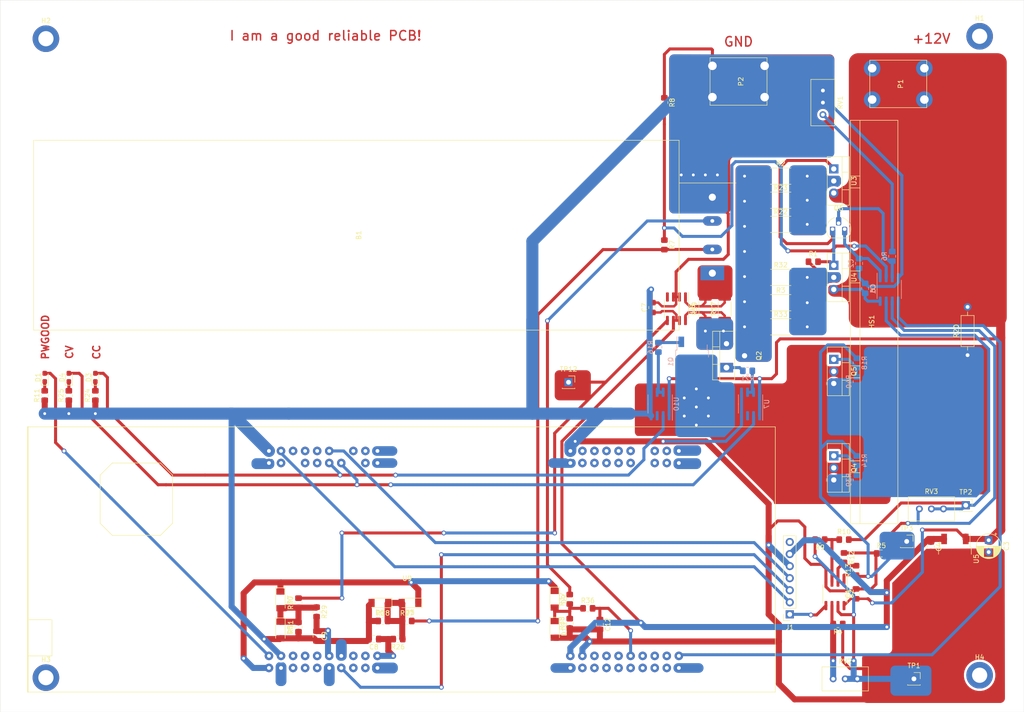
<source format=kicad_pcb>
(kicad_pcb (version 20171130) (host pcbnew "(5.1.12)-1")
  (layers (0 F.Cu signal) (31 B.Cu signal) (34 B.Paste user) (35 F.Paste user) (36 B.SilkS user) (37 F.SilkS user) (38 B.Mask user) (39 F.Mask user) (44 Edge.Cuts user))
  (net 0 "")
  (net 1 bat+)
  (net 2 Rs-)
  (net 3 -BATT)
  (net 4 Vbat-)
  (net 5 +12V)
  (net 6 "Net-(C2-Pad1)")
  (net 7 +5V)
  (net 8 Vbat+)
  (net 9 Viout)
  (net 10 "Net-(D1-Pad1)")
  (net 11 "Net-(D3-Pad1)")
  (net 12 Q1_g)
  (net 13 Q2_g)
  (net 14 "Net-(D4-Pad1)")
  (net 15 "Net-(D5-Pad2)")
  (net 16 +3V3)
  (net 17 "Net-(D7-Pad2)")
  (net 18 sigout)
  (net 19 CS)
  (net 20 SCLK)
  (net 21 MOSI)
  (net 22 "Net-(J1-Pad7)")
  (net 23 "Net-(Q1-Pad2)")
  (net 24 Rs+)
  (net 25 "Net-(Q1-Pad1)")
  (net 26 +4.2V)
  (net 27 "Net-(Q2-Pad1)")
  (net 28 "Net-(Q4-Pad1)")
  (net 29 "Net-(Q5-Pad1)")
  (net 30 "Net-(Q6-Pad2)")
  (net 31 "Net-(Q6-Pad1)")
  (net 32 "Net-(R1-Pad1)")
  (net 33 "Net-(R2-Pad2)")
  (net 34 "Net-(R4-Pad2)")
  (net 35 "Net-(R5-Pad2)")
  (net 36 "Net-(R6-Pad1)")
  (net 37 "Net-(R7-Pad1)")
  (net 38 "Net-(R9-Pad2)")
  (net 39 "Net-(R10-Pad1)")
  (net 40 "Net-(R10-Pad2)")
  (net 41 "Net-(R12-Pad2)")
  (net 42 signal)
  (net 43 Iout)
  (net 44 bias_ctl)
  (net 45 CV_g)
  (net 46 "Net-(U8-Pad4)")
  (net 47 "Net-(U9-Pad2)")
  (net 48 "Net-(U9-Pad3)")
  (net 49 "Net-(U9-Pad4)")
  (net 50 "Net-(U9-Pad5)")
  (net 51 "Net-(U9-Pad6)")
  (net 52 "Net-(U9-Pad8)")
  (net 53 "Net-(U9-Pad9)")
  (net 54 "Net-(U9-Pad10)")
  (net 55 "Net-(U9-Pad23)")
  (net 56 "Net-(U9-Pad24)")
  (net 57 "Net-(U9-Pad25)")
  (net 58 "Net-(U9-Pad27)")
  (net 59 "Net-(U9-Pad28)")
  (net 60 "Net-(U9-Pad29)")
  (net 61 "Net-(U9-Pad18)")
  (net 62 "Net-(U9-Pad32)")
  (net 63 "Net-(U9-Pad33)")
  (net 64 "Net-(U9-Pad40)")
  (net 65 "Net-(U9-Pad16)")
  (net 66 "Net-(U9-Pad31)")
  (net 67 CC_g)
  (net 68 "Net-(U9-Pad17)")
  (net 69 "Net-(U9-Pad37)")
  (net 70 "Net-(U9-Pad12)")
  (net 71 "Net-(U9-Pad36)")
  (net 72 "Net-(U9-Pad13)")
  (net 73 "Net-(U9-Pad39)")
  (net 74 "Net-(U9-Pad38)")
  (net 75 "Net-(U9-Pad11)")
  (net 76 "Net-(U9-Pad14)")
  (net 77 "Net-(U9-Pad72)")
  (net 78 "Net-(U9-Pad58)")
  (net 79 "Net-(U9-Pad57)")
  (net 80 "Net-(U9-Pad74)")
  (net 81 "Net-(U9-Pad75)")
  (net 82 "Net-(U9-Pad71)")
  (net 83 "Net-(U9-Pad56)")
  (net 84 "Net-(U9-Pad80)")
  (net 85 "Net-(U9-Pad73)")
  (net 86 "Net-(U9-Pad59)")
  (net 87 "Net-(U9-Pad51)")
  (net 88 "Net-(U9-Pad78)")
  (net 89 "Net-(U9-Pad79)")
  (net 90 "Net-(U9-Pad54)")
  (net 91 "Net-(U9-Pad63)")
  (net 92 "Net-(U9-Pad49)")
  (net 93 "Net-(U9-Pad47)")
  (net 94 "Net-(U9-Pad48)")
  (net 95 "Net-(U9-Pad41)")
  (net 96 "Net-(U9-Pad65)")
  (net 97 "Net-(U9-Pad50)")
  (net 98 "Net-(U9-Pad46)")
  (net 99 "Net-(U9-Pad64)")
  (net 100 "Net-(U9-Pad44)")
  (net 101 "Net-(U9-Pad69)")
  (net 102 "Net-(U9-Pad45)")
  (net 103 "Net-(U9-Pad68)")
  (net 104 "Net-(U9-Pad42)")
  (net 105 "Net-(U9-Pad43)")
  (net 106 "Net-(U9-Pad67)")
  (net 107 "Net-(U9-Pad52)")
  (net 108 "Net-(U9-Pad76)")
  (net 109 "Net-(U9-Pad77)")
  (net 110 "Net-(U9-Pad55)")
  (net 111 "Net-(U9-Pad53)")
  (net 112 "Net-(Q4-Pad3)")
  (net 113 bat-)
  (net 114 "Net-(D10-Pad1)")
  (module basic:LANCHXL-F280049C (layer F.Cu) (at 124.377001 147.598501)
    (fp_text reference U9 (at 0.1 1.68) (layer F.SilkS))
    (fp_text value LAUNCHXL-F280049C)
    (pad 1 thru_hole circle (at -29 20.54) (size 1.8 1.8) (drill 0.8) (layers *.Cu *.Mask) (net 16 +3V3))
    (pad 2 thru_hole circle (at -26.46 20.54) (size 1.8 1.8) (drill 0.8) (layers *.Cu *.Mask) (net 47 "Net-(U9-Pad2)"))
    (pad 3 thru_hole circle (at -23.92 20.54) (size 1.8 1.8) (drill 0.8) (layers *.Cu *.Mask) (net 48 "Net-(U9-Pad3)"))
    (pad 4 thru_hole circle (at -21.38 20.54) (size 1.8 1.8) (drill 0.8) (layers *.Cu *.Mask) (net 49 "Net-(U9-Pad4)"))
    (pad 5 thru_hole circle (at -18.84 20.54) (size 1.8 1.8) (drill 0.8) (layers *.Cu *.Mask) (net 50 "Net-(U9-Pad5)"))
    (pad 6 thru_hole circle (at -16.3 20.54) (size 1.8 1.8) (drill 0.8) (layers *.Cu *.Mask) (net 51 "Net-(U9-Pad6)"))
    (pad 7 thru_hole circle (at -13.76 20.54) (size 1.8 1.8) (drill 0.8) (layers *.Cu *.Mask) (net 20 SCLK))
    (pad 8 thru_hole circle (at -11.22 20.54) (size 1.8 1.8) (drill 0.8) (layers *.Cu *.Mask) (net 52 "Net-(U9-Pad8)"))
    (pad 9 thru_hole circle (at -8.68 20.54) (size 1.8 1.8) (drill 0.8) (layers *.Cu *.Mask) (net 53 "Net-(U9-Pad9)"))
    (pad 10 thru_hole circle (at -6.14 20.54) (size 1.8 1.8) (drill 0.8) (layers *.Cu *.Mask) (net 54 "Net-(U9-Pad10)"))
    (pad 21 thru_hole circle (at -29 18) (size 1.8 1.8) (drill 0.8) (layers *.Cu *.Mask) (net 7 +5V))
    (pad 22 thru_hole circle (at -26.46 18) (size 1.8 1.8) (drill 0.8) (layers *.Cu *.Mask) (net 3 -BATT))
    (pad 23 thru_hole circle (at -23.92 18) (size 1.8 1.8) (drill 0.8) (layers *.Cu *.Mask) (net 55 "Net-(U9-Pad23)"))
    (pad 24 thru_hole circle (at -21.38 18) (size 1.8 1.8) (drill 0.8) (layers *.Cu *.Mask) (net 56 "Net-(U9-Pad24)"))
    (pad 25 thru_hole circle (at -18.84 18) (size 1.8 1.8) (drill 0.8) (layers *.Cu *.Mask) (net 57 "Net-(U9-Pad25)"))
    (pad 26 thru_hole circle (at -16.3 18) (size 1.8 1.8) (drill 0.8) (layers *.Cu *.Mask) (net 9 Viout))
    (pad 27 thru_hole circle (at -13.76 18) (size 1.8 1.8) (drill 0.8) (layers *.Cu *.Mask) (net 58 "Net-(U9-Pad27)"))
    (pad 28 thru_hole circle (at -11.22 18) (size 1.8 1.8) (drill 0.8) (layers *.Cu *.Mask) (net 59 "Net-(U9-Pad28)"))
    (pad 29 thru_hole circle (at -8.68 18) (size 1.8 1.8) (drill 0.8) (layers *.Cu *.Mask) (net 60 "Net-(U9-Pad29)"))
    (pad 30 thru_hole circle (at -6.14 18) (size 1.8 1.8) (drill 0.8) (layers *.Cu *.Mask) (net 8 Vbat+))
    (pad 18 thru_hole circle (at -23.92 -25.18) (size 1.8 1.8) (drill 0.8) (layers *.Cu *.Mask) (net 61 "Net-(U9-Pad18)"))
    (pad 32 thru_hole circle (at -8.68 -22.64) (size 1.8 1.8) (drill 0.8) (layers *.Cu *.Mask) (net 62 "Net-(U9-Pad32)"))
    (pad 19 thru_hole circle (at -26.46 -25.18) (size 1.8 1.8) (drill 0.8) (layers *.Cu *.Mask) (net 19 CS))
    (pad 34 thru_hole circle (at -13.76 -22.64) (size 1.8 1.8) (drill 0.8) (layers *.Cu *.Mask) (net 45 CV_g))
    (pad 40 thru_hole circle (at -29 -22.64) (size 1.8 1.8) (drill 0.8) (layers *.Cu *.Mask) (net 64 "Net-(U9-Pad40)"))
    (pad 16 thru_hole circle (at -18.84 -25.18) (size 1.8 1.8) (drill 0.8) (layers *.Cu *.Mask) (net 65 "Net-(U9-Pad16)"))
    (pad 20 thru_hole circle (at -29 -25.18) (size 1.8 1.8) (drill 0.8) (layers *.Cu *.Mask) (net 3 -BATT))
    (pad 31 thru_hole circle (at -6.14 -22.64) (size 1.8 1.8) (drill 0.8) (layers *.Cu *.Mask) (net 66 "Net-(U9-Pad31)"))
    (pad 35 thru_hole circle (at -16.3 -22.64) (size 1.8 1.8) (drill 0.8) (layers *.Cu *.Mask) (net 67 CC_g))
    (pad 17 thru_hole circle (at -21.38 -25.18) (size 1.8 1.8) (drill 0.8) (layers *.Cu *.Mask) (net 68 "Net-(U9-Pad17)"))
    (pad 15 thru_hole circle (at -16.3 -25.18) (size 1.8 1.8) (drill 0.8) (layers *.Cu *.Mask) (net 21 MOSI))
    (pad 37 thru_hole circle (at -21.38 -22.64) (size 1.8 1.8) (drill 0.8) (layers *.Cu *.Mask) (net 69 "Net-(U9-Pad37)"))
    (pad 12 thru_hole circle (at -8.68 -25.18) (size 1.8 1.8) (drill 0.8) (layers *.Cu *.Mask) (net 70 "Net-(U9-Pad12)"))
    (pad 36 thru_hole circle (at -18.84 -22.64) (size 1.8 1.8) (drill 0.8) (layers *.Cu *.Mask) (net 71 "Net-(U9-Pad36)"))
    (pad 13 thru_hole circle (at -11.22 -25.18) (size 1.8 1.8) (drill 0.8) (layers *.Cu *.Mask) (net 72 "Net-(U9-Pad13)"))
    (pad 39 thru_hole circle (at -26.46 -22.64) (size 1.8 1.8) (drill 0.8) (layers *.Cu *.Mask) (net 73 "Net-(U9-Pad39)"))
    (pad 11 thru_hole circle (at -6.14 -25.18) (size 1.8 1.8) (drill 0.8) (layers *.Cu *.Mask) (net 75 "Net-(U9-Pad11)"))
    (pad 72 thru_hole circle (at 54.82 -22.64) (size 1.8 1.8) (drill 0.8) (layers *.Cu *.Mask) (net 77 "Net-(U9-Pad72)"))
    (pad 58 thru_hole circle (at 39.58 -25.18) (size 1.8 1.8) (drill 0.8) (layers *.Cu *.Mask) (net 78 "Net-(U9-Pad58)"))
    (pad 57 thru_hole circle (at 42.12 -25.18) (size 1.8 1.8) (drill 0.8) (layers *.Cu *.Mask) (net 79 "Net-(U9-Pad57)"))
    (pad 75 thru_hole circle (at 47.2 -22.64) (size 1.8 1.8) (drill 0.8) (layers *.Cu *.Mask) (net 81 "Net-(U9-Pad75)"))
    (pad 71 thru_hole circle (at 57.36 -22.64) (size 1.8 1.8) (drill 0.8) (layers *.Cu *.Mask) (net 82 "Net-(U9-Pad71)"))
    (pad 60 thru_hole circle (at 34.5 -25.18) (size 1.8 1.8) (drill 0.8) (layers *.Cu *.Mask) (net 3 -BATT))
    (pad 56 thru_hole circle (at 44.66 -25.18) (size 1.8 1.8) (drill 0.8) (layers *.Cu *.Mask) (net 83 "Net-(U9-Pad56)"))
    (pad 80 thru_hole circle (at 34.5 -22.64) (size 1.8 1.8) (drill 0.8) (layers *.Cu *.Mask) (net 84 "Net-(U9-Pad80)"))
    (pad 73 thru_hole circle (at 52.28 -22.64) (size 1.8 1.8) (drill 0.8) (layers *.Cu *.Mask) (net 85 "Net-(U9-Pad73)"))
    (pad 59 thru_hole circle (at 37.04 -25.18) (size 1.8 1.8) (drill 0.8) (layers *.Cu *.Mask) (net 86 "Net-(U9-Pad59)"))
    (pad 51 thru_hole circle (at 57.36 -25.18) (size 1.8 1.8) (drill 0.8) (layers *.Cu *.Mask) (net 87 "Net-(U9-Pad51)"))
    (pad 78 thru_hole circle (at 39.58 -22.64) (size 1.8 1.8) (drill 0.8) (layers *.Cu *.Mask) (net 88 "Net-(U9-Pad78)"))
    (pad 79 thru_hole circle (at 37.04 -22.64) (size 1.8 1.8) (drill 0.8) (layers *.Cu *.Mask) (net 89 "Net-(U9-Pad79)"))
    (pad 63 thru_hole circle (at 39.58 18) (size 1.8 1.8) (drill 0.8) (layers *.Cu *.Mask) (net 91 "Net-(U9-Pad63)"))
    (pad 49 thru_hole circle (at 54.82 20.54) (size 1.8 1.8) (drill 0.8) (layers *.Cu *.Mask) (net 92 "Net-(U9-Pad49)"))
    (pad 62 thru_hole circle (at 37.04 18) (size 1.8 1.8) (drill 0.8) (layers *.Cu *.Mask) (net 3 -BATT))
    (pad 47 thru_hole circle (at 49.74 20.54) (size 1.8 1.8) (drill 0.8) (layers *.Cu *.Mask) (net 93 "Net-(U9-Pad47)"))
    (pad 48 thru_hole circle (at 52.28 20.54) (size 1.8 1.8) (drill 0.8) (layers *.Cu *.Mask) (net 94 "Net-(U9-Pad48)"))
    (pad 41 thru_hole circle (at 34.5 20.54) (size 1.8 1.8) (drill 0.8) (layers *.Cu *.Mask) (net 95 "Net-(U9-Pad41)"))
    (pad 65 thru_hole circle (at 44.66 18) (size 1.8 1.8) (drill 0.8) (layers *.Cu *.Mask) (net 96 "Net-(U9-Pad65)"))
    (pad 61 thru_hole circle (at 34.5 18) (size 1.8 1.8) (drill 0.8) (layers *.Cu *.Mask) (net 7 +5V))
    (pad 50 thru_hole circle (at 57.36 20.54) (size 1.8 1.8) (drill 0.8) (layers *.Cu *.Mask) (net 97 "Net-(U9-Pad50)"))
    (pad 46 thru_hole circle (at 47.2 20.54) (size 1.8 1.8) (drill 0.8) (layers *.Cu *.Mask) (net 98 "Net-(U9-Pad46)"))
    (pad 64 thru_hole circle (at 42.12 18) (size 1.8 1.8) (drill 0.8) (layers *.Cu *.Mask) (net 99 "Net-(U9-Pad64)"))
    (pad 66 thru_hole circle (at 47.2 18) (size 1.8 1.8) (drill 0.8) (layers *.Cu *.Mask) (net 4 Vbat-))
    (pad 44 thru_hole circle (at 42.12 20.54) (size 1.8 1.8) (drill 0.8) (layers *.Cu *.Mask) (net 100 "Net-(U9-Pad44)"))
    (pad 69 thru_hole circle (at 54.82 18) (size 1.8 1.8) (drill 0.8) (layers *.Cu *.Mask) (net 101 "Net-(U9-Pad69)"))
    (pad 45 thru_hole circle (at 44.66 20.54) (size 1.8 1.8) (drill 0.8) (layers *.Cu *.Mask) (net 102 "Net-(U9-Pad45)"))
    (pad 68 thru_hole circle (at 52.28 18) (size 1.8 1.8) (drill 0.8) (layers *.Cu *.Mask) (net 103 "Net-(U9-Pad68)"))
    (pad 42 thru_hole circle (at 37.04 20.54) (size 1.8 1.8) (drill 0.8) (layers *.Cu *.Mask) (net 104 "Net-(U9-Pad42)"))
    (pad 43 thru_hole circle (at 39.58 20.54) (size 1.8 1.8) (drill 0.8) (layers *.Cu *.Mask) (net 105 "Net-(U9-Pad43)"))
    (pad 70 thru_hole circle (at 57.36 18) (size 1.8 1.8) (drill 0.8) (layers *.Cu *.Mask) (net 44 bias_ctl))
    (pad 67 thru_hole circle (at 49.74 18) (size 1.8 1.8) (drill 0.8) (layers *.Cu *.Mask) (net 106 "Net-(U9-Pad67)"))
    (pad 52 thru_hole circle (at 54.82 -25.18) (size 1.8 1.8) (drill 0.8) (layers *.Cu *.Mask) (net 107 "Net-(U9-Pad52)"))
    (pad 76 thru_hole circle (at 44.66 -22.64) (size 1.8 1.8) (drill 0.8) (layers *.Cu *.Mask) (net 108 "Net-(U9-Pad76)"))
    (pad 77 thru_hole circle (at 42.12 -22.64) (size 1.8 1.8) (drill 0.8) (layers *.Cu *.Mask) (net 109 "Net-(U9-Pad77)"))
    (pad 55 thru_hole circle (at 47.2 -25.18) (size 1.8 1.8) (drill 0.8) (layers *.Cu *.Mask) (net 110 "Net-(U9-Pad55)"))
    (pad 53 thru_hole circle (at 52.28 -25.18) (size 1.8 1.8) (drill 0.8) (layers *.Cu *.Mask) (net 111 "Net-(U9-Pad53)"))
  )
  (module basic:BatteryHolder-Single (layer F.Cu) (at 113.792 76.962 90)
    (fp_text reference B1 (at 0 0.5 90) (layer F.SilkS))
    (fp_text value BatteryHolder)
    (pad 3 thru_hole oval (at 3 75 90) (size 1.98 3.96) (drill 0.8) (layers *.Cu *.Mask) (net 113 bat-))
    (pad 4 thru_hole oval (at 8 75 90) (size 3 5) (drill 1.5) (layers *.Cu *.Mask) (net 3 -BATT))
    (pad 1 thru_hole rect (at -8 75 90) (size 3 5) (drill 1.5) (layers *.Cu *.Mask) (net 2 Rs-))
    (pad 2 thru_hole oval (at -3 75 90) (size 1.98 3.96) (drill 0.8) (layers *.Cu *.Mask) (net 1 bat+))
  )
  (module basic:Heatsink_80mmx3mm_4hole_black (layer F.Cu) (at 222.885 95.25 270)
    (fp_text reference HS1 (at 0 0.5 90) (layer F.SilkS))
    (fp_text value Heatsink)
  )
  (module Package_TO_SOT_THT:TO-220-3_Vertical (layer F.Cu) (at 214.376 103.124 270)
    (fp_text reference Q5 (at 2.54 -4.27 90) (layer F.SilkS))
    (fp_text value IRFR9024)
    (pad 3 thru_hole oval (at 5.08 0 270) (size 1.905 2) (drill 1.1) (layers *.Cu *.Mask) (net 112 "Net-(Q4-Pad3)"))
    (pad 2 thru_hole oval (at 2.54 0 270) (size 1.905 2) (drill 1.1) (layers *.Cu *.Mask) (net 23 "Net-(Q1-Pad2)"))
    (pad 1 thru_hole rect (at 0 0 270) (size 1.905 2) (drill 1.1) (layers *.Cu *.Mask) (net 29 "Net-(Q5-Pad1)"))
  )
  (module Connector_PinSocket_2.54mm:PinSocket_1x01_P2.54mm_Vertical (layer F.Cu) (at 158.496 107.95)
    (fp_text reference TP12 (at 0 -2.77) (layer F.SilkS))
    (fp_text value Iout)
    (pad 1 thru_hole rect (at 0 0) (size 1.7 1.7) (drill 1) (layers *.Cu *.Mask) (net 43 Iout))
  )
  (module Resistor_SMD:R_0805_2012Metric_Pad1.20x1.40mm_HandSolder (layer B.Cu) (at 219.202 107.823 270)
    (fp_text reference R40 (at 0 1.65 270) (layer B.SilkS) (effects (justify mirror)))
    (fp_text value 10k)
    (pad 2 smd roundrect (at 1 0 270) (size 1.2 1.4) (layers B.Cu B.Paste B.Mask) (roundrect_rratio 0.2083325) (net 112 "Net-(Q4-Pad3)"))
    (pad 1 smd roundrect (at -1 0 270) (size 1.2 1.4) (layers B.Cu B.Paste B.Mask) (roundrect_rratio 0.2083325) (net 29 "Net-(Q5-Pad1)"))
  )
  (module Resistor_SMD:R_0805_2012Metric_Pad1.20x1.40mm_HandSolder (layer B.Cu) (at 219.202 128.524 270)
    (fp_text reference R39 (at 0 1.65 90) (layer B.SilkS) (effects (justify mirror)))
    (fp_text value 10k)
    (pad 2 smd roundrect (at 1 0 270) (size 1.2 1.4) (layers B.Cu B.Paste B.Mask) (roundrect_rratio 0.2083325) (net 112 "Net-(Q4-Pad3)"))
    (pad 1 smd roundrect (at -1 0 270) (size 1.2 1.4) (layers B.Cu B.Paste B.Mask) (roundrect_rratio 0.2083325) (net 28 "Net-(Q4-Pad1)"))
  )
  (module Resistor_SMD:R_0805_2012Metric_Pad1.20x1.40mm_HandSolder (layer F.Cu) (at 158.75 158.75 90)
    (fp_text reference R38 (at 0 -1.65 90) (layer F.SilkS))
    (fp_text value 10k)
    (pad 1 smd roundrect (at -1 0 90) (size 1.2 1.4) (layers F.Cu F.Paste F.Mask) (roundrect_rratio 0.2083325) (net 3 -BATT))
    (pad 2 smd roundrect (at 1 0 90) (size 1.2 1.4) (layers F.Cu F.Paste F.Mask) (roundrect_rratio 0.2083325) (net 114 "Net-(D10-Pad1)"))
  )
  (module Resistor_SMD:R_0805_2012Metric_Pad1.20x1.40mm_HandSolder (layer F.Cu) (at 158.75 153.67 90)
    (fp_text reference R37 (at 0 -1.65 90) (layer F.SilkS))
    (fp_text value 4.7k)
    (pad 2 smd roundrect (at 1 0 90) (size 1.2 1.4) (layers F.Cu F.Paste F.Mask) (roundrect_rratio 0.2083325) (net 113 bat-))
    (pad 1 smd roundrect (at -1 0 90) (size 1.2 1.4) (layers F.Cu F.Paste F.Mask) (roundrect_rratio 0.2083325) (net 114 "Net-(D10-Pad1)"))
  )
  (module Resistor_SMD:R_0805_2012Metric_Pad1.20x1.40mm_HandSolder (layer F.Cu) (at 162.56 155.575)
    (fp_text reference R36 (at 0 -1.65) (layer F.SilkS))
    (fp_text value 1k)
    (pad 2 smd roundrect (at 1 0) (size 1.2 1.4) (layers F.Cu F.Paste F.Mask) (roundrect_rratio 0.2083325) (net 4 Vbat-))
    (pad 1 smd roundrect (at -1 0) (size 1.2 1.4) (layers F.Cu F.Paste F.Mask) (roundrect_rratio 0.2083325) (net 114 "Net-(D10-Pad1)"))
  )
  (module Package_TO_SOT_THT:TO-220-3_Vertical (layer F.Cu) (at 214.376 123.444 270)
    (fp_text reference Q4 (at 2.54 -4.27 90) (layer F.SilkS))
    (fp_text value IRFR9024)
    (pad 3 thru_hole oval (at 5.08 0 270) (size 1.905 2) (drill 1.1) (layers *.Cu *.Mask) (net 112 "Net-(Q4-Pad3)"))
    (pad 2 thru_hole oval (at 2.54 0 270) (size 1.905 2) (drill 1.1) (layers *.Cu *.Mask) (net 23 "Net-(Q1-Pad2)"))
    (pad 1 thru_hole rect (at 0 0 270) (size 1.905 2) (drill 1.1) (layers *.Cu *.Mask) (net 28 "Net-(Q4-Pad1)"))
  )
  (module Diode_SMD:D_MiniMELF (layer F.Cu) (at 155.575 160.02 270)
    (fp_text reference D10 (at 0 -2 90) (layer F.SilkS))
    (fp_text value 1N4148)
    (pad 2 smd rect (at 1.75 0 270) (size 1.3 1.7) (layers F.Cu F.Paste F.Mask) (net 3 -BATT))
    (pad 1 smd rect (at -1.75 0 270) (size 1.3 1.7) (layers F.Cu F.Paste F.Mask) (net 114 "Net-(D10-Pad1)"))
  )
  (module Diode_SMD:D_MiniMELF (layer F.Cu) (at 155.575 153.67 270)
    (fp_text reference D9 (at 0 -2 90) (layer F.SilkS))
    (fp_text value 1N4148)
    (pad 2 smd rect (at 1.75 0 270) (size 1.3 1.7) (layers F.Cu F.Paste F.Mask) (net 114 "Net-(D10-Pad1)"))
    (pad 1 smd rect (at -1.75 0 270) (size 1.3 1.7) (layers F.Cu F.Paste F.Mask) (net 16 +3V3))
  )
  (module Capacitor_SMD:C_0805_2012Metric_Pad1.18x1.45mm_HandSolder (layer F.Cu) (at 165.1 158.9825 270)
    (fp_text reference C12 (at 0 -1.68 90) (layer F.SilkS))
    (fp_text value 100n)
    (pad 2 smd roundrect (at 1.0375 0 270) (size 1.175 1.45) (layers F.Cu F.Paste F.Mask) (roundrect_rratio 0.2127659574468085) (net 3 -BATT))
    (pad 1 smd roundrect (at -1.0375 0 270) (size 1.175 1.45) (layers F.Cu F.Paste F.Mask) (roundrect_rratio 0.2127659574468085) (net 4 Vbat-))
  )
  (module Capacitor_SMD:C_0805_2012Metric_Pad1.18x1.45mm_HandSolder (layer F.Cu) (at 219.075 152.527 90)
    (fp_text reference C1 (at 0 -1.68 90) (layer F.SilkS))
    (fp_text value 100n)
    (pad 2 smd roundrect (at 1.0375 0 90) (size 1.175 1.45) (layers F.Cu F.Paste F.Mask) (roundrect_rratio 0.2127659574468085) (net 3 -BATT))
    (pad 1 smd roundrect (at -1.0375 0 90) (size 1.175 1.45) (layers F.Cu F.Paste F.Mask) (roundrect_rratio 0.2127659574468085) (net 5 +12V))
  )
  (module Capacitor_SMD:C_0805_2012Metric_Pad1.18x1.45mm_HandSolder (layer B.Cu) (at 219.71 82.9095 270)
    (fp_text reference C2 (at 0 1.68 90) (layer B.SilkS) (effects (justify mirror)))
    (fp_text value 180p)
    (pad 2 smd roundrect (at 1.0375 0 270) (size 1.175 1.45) (layers B.Cu B.Paste B.Mask) (roundrect_rratio 0.2127659574468085) (net 3 -BATT))
    (pad 1 smd roundrect (at -1.0375 0 270) (size 1.175 1.45) (layers B.Cu B.Paste B.Mask) (roundrect_rratio 0.2127659574468085) (net 6 "Net-(C2-Pad1)"))
  )
  (module Capacitor_THT:CP_Radial_D5.0mm_P2.50mm (layer F.Cu) (at 247.015 141.224 270)
    (fp_text reference C3 (at 1.25 -3.75 90) (layer F.SilkS))
    (fp_text value 0.33u)
    (pad 1 thru_hole rect (at 0 0 270) (size 1.6 1.6) (drill 0.8) (layers *.Cu *.Mask) (net 5 +12V))
    (pad 2 thru_hole circle (at 2.5 0 270) (size 1.6 1.6) (drill 0.8) (layers *.Cu *.Mask) (net 3 -BATT))
  )
  (module Capacitor_SMD:C_0805_2012Metric_Pad1.18x1.45mm_HandSolder (layer F.Cu) (at 234.823 142.621 270)
    (fp_text reference C4 (at 0 -1.68 90) (layer F.SilkS))
    (fp_text value 100n)
    (pad 2 smd roundrect (at 1.0375 0 270) (size 1.175 1.45) (layers F.Cu F.Paste F.Mask) (roundrect_rratio 0.2127659574468085) (net 3 -BATT))
    (pad 1 smd roundrect (at -1.0375 0 270) (size 1.175 1.45) (layers F.Cu F.Paste F.Mask) (roundrect_rratio 0.2127659574468085) (net 7 +5V))
  )
  (module Capacitor_SMD:C_0805_2012Metric_Pad1.18x1.45mm_HandSolder (layer B.Cu) (at 220.98 88.1595 90)
    (fp_text reference C6 (at 0 1.68 90) (layer B.SilkS) (effects (justify mirror)))
    (fp_text value 100n)
    (pad 1 smd roundrect (at -1.0375 0 90) (size 1.175 1.45) (layers B.Cu B.Paste B.Mask) (roundrect_rratio 0.2127659574468085) (net 5 +12V))
    (pad 2 smd roundrect (at 1.0375 0 90) (size 1.175 1.45) (layers B.Cu B.Paste B.Mask) (roundrect_rratio 0.2127659574468085) (net 3 -BATT))
  )
  (module Capacitor_SMD:C_0805_2012Metric_Pad1.18x1.45mm_HandSolder (layer F.Cu) (at 176.149 92.202 90)
    (fp_text reference C7 (at 0 -1.68 270) (layer F.SilkS))
    (fp_text value 100n)
    (pad 1 smd roundrect (at -1.0375 0 90) (size 1.175 1.45) (layers F.Cu F.Paste F.Mask) (roundrect_rratio 0.2127659574468085) (net 7 +5V))
    (pad 2 smd roundrect (at 1.0375 0 90) (size 1.175 1.45) (layers F.Cu F.Paste F.Mask) (roundrect_rratio 0.2127659574468085) (net 3 -BATT))
  )
  (module Capacitor_SMD:C_0805_2012Metric_Pad1.18x1.45mm_HandSolder (layer F.Cu) (at 117.475 162.052 180)
    (fp_text reference C8 (at 0 -1.68) (layer F.SilkS))
    (fp_text value 100n)
    (pad 1 smd roundrect (at -1.0375 0 180) (size 1.175 1.45) (layers F.Cu F.Paste F.Mask) (roundrect_rratio 0.2127659574468085) (net 8 Vbat+))
    (pad 2 smd roundrect (at 1.0375 0 180) (size 1.175 1.45) (layers F.Cu F.Paste F.Mask) (roundrect_rratio 0.2127659574468085) (net 3 -BATT))
  )
  (module Capacitor_SMD:C_0805_2012Metric_Pad1.18x1.45mm_HandSolder (layer F.Cu) (at 105.41 161.417 270)
    (fp_text reference C9 (at 0 -1.68 90) (layer F.SilkS))
    (fp_text value 100n)
    (pad 1 smd roundrect (at -1.0375 0 270) (size 1.175 1.45) (layers F.Cu F.Paste F.Mask) (roundrect_rratio 0.2127659574468085) (net 9 Viout))
    (pad 2 smd roundrect (at 1.0375 0 270) (size 1.175 1.45) (layers F.Cu F.Paste F.Mask) (roundrect_rratio 0.2127659574468085) (net 3 -BATT))
  )
  (module LED_SMD:LED_0603_1608Metric_Pad1.05x0.95mm_HandSolder (layer F.Cu) (at 48.133 106.934 90)
    (fp_text reference D1 (at 0 -1.43 90) (layer F.SilkS))
    (fp_text value GREEN)
    (pad 1 smd roundrect (at -0.875 0 90) (size 1.05 0.95) (layers F.Cu F.Paste F.Mask) (net 10 "Net-(D1-Pad1)"))
    (pad 2 smd roundrect (at 0.875 0 90) (size 1.05 0.95) (layers F.Cu F.Paste F.Mask) (net 7 +5V))
  )
  (module LED_SMD:LED_0603_1608Metric_Pad1.05x0.95mm_HandSolder (layer F.Cu) (at 58.801 106.934 90)
    (fp_text reference D3 (at 0 -1.43 90) (layer F.SilkS))
    (fp_text value RED)
    (pad 1 smd roundrect (at -0.875 0 90) (size 1.05 0.95) (layers F.Cu F.Paste F.Mask) (net 11 "Net-(D3-Pad1)"))
    (pad 2 smd roundrect (at 0.875 0 90) (size 1.05 0.95) (layers F.Cu F.Paste F.Mask) (net 67 CC_g))
  )
  (module LED_SMD:LED_0603_1608Metric_Pad1.05x0.95mm_HandSolder (layer F.Cu) (at 53.213 106.934 90)
    (fp_text reference D4 (at 0 -1.43 90) (layer F.SilkS))
    (fp_text value RED)
    (pad 2 smd roundrect (at 0.875 0 90) (size 1.05 0.95) (layers F.Cu F.Paste F.Mask) (net 45 CV_g))
    (pad 1 smd roundrect (at -0.875 0 90) (size 1.05 0.95) (layers F.Cu F.Paste F.Mask) (net 14 "Net-(D4-Pad1)"))
  )
  (module Diode_SMD:D_MiniMELF (layer F.Cu) (at 125.095 154.432 180)
    (fp_text reference D5 (at 0 -2) (layer F.SilkS))
    (fp_text value 1N4148)
    (pad 2 smd rect (at 1.75 0 180) (size 1.3 1.7) (layers F.Cu F.Paste F.Mask) (net 15 "Net-(D5-Pad2)"))
    (pad 1 smd rect (at -1.75 0 180) (size 1.3 1.7) (layers F.Cu F.Paste F.Mask) (net 16 +3V3))
  )
  (module Diode_SMD:D_MiniMELF (layer F.Cu) (at 118.745 154.432 180)
    (fp_text reference D6 (at 0 -2) (layer F.SilkS))
    (fp_text value 1N4148)
    (pad 1 smd rect (at -1.75 0 180) (size 1.3 1.7) (layers F.Cu F.Paste F.Mask) (net 15 "Net-(D5-Pad2)"))
    (pad 2 smd rect (at 1.75 0 180) (size 1.3 1.7) (layers F.Cu F.Paste F.Mask) (net 3 -BATT))
  )
  (module Diode_SMD:D_MiniMELF (layer F.Cu) (at 97.79 153.797 270)
    (fp_text reference D7 (at 0 -2 90) (layer F.SilkS))
    (fp_text value 1N4148)
    (pad 2 smd rect (at 1.75 0 270) (size 1.3 1.7) (layers F.Cu F.Paste F.Mask) (net 17 "Net-(D7-Pad2)"))
    (pad 1 smd rect (at -1.75 0 270) (size 1.3 1.7) (layers F.Cu F.Paste F.Mask) (net 16 +3V3))
  )
  (module Diode_SMD:D_MiniMELF (layer F.Cu) (at 97.79 160.147 270)
    (fp_text reference D8 (at 0 -2 90) (layer F.SilkS))
    (fp_text value 1N4148)
    (pad 1 smd rect (at -1.75 0 270) (size 1.3 1.7) (layers F.Cu F.Paste F.Mask) (net 17 "Net-(D7-Pad2)"))
    (pad 2 smd rect (at 1.75 0 270) (size 1.3 1.7) (layers F.Cu F.Paste F.Mask) (net 3 -BATT))
  )
  (module MountingHole:MountingHole_3.2mm_M3_DIN965_Pad_TopBottom (layer F.Cu) (at 245.11 35.052)
    (fp_text reference H1 (at 0 -3.8) (layer F.SilkS))
    (fp_text value MountingHole)
    (pad 1 connect circle (at 0 0) (size 5.6 5.6) (layers B.Cu B.Mask))
    (pad 1 connect circle (at 0 0) (size 5.6 5.6) (layers F.Cu F.Mask))
    (pad 1 thru_hole circle (at 0 0) (size 3.6 3.6) (drill 3.2) (layers *.Cu *.Mask))
  )
  (module MountingHole:MountingHole_3.2mm_M3_DIN965_Pad_TopBottom (layer F.Cu) (at 48.387 35.56)
    (fp_text reference H2 (at 0 -3.8) (layer F.SilkS))
    (fp_text value MountingHole)
    (pad 1 thru_hole circle (at 0 0) (size 3.6 3.6) (drill 3.2) (layers *.Cu *.Mask))
    (pad 1 connect circle (at 0 0) (size 5.6 5.6) (layers F.Cu F.Mask))
    (pad 1 connect circle (at 0 0) (size 5.6 5.6) (layers B.Cu B.Mask))
  )
  (module MountingHole:MountingHole_3.2mm_M3_DIN965_Pad_TopBottom (layer F.Cu) (at 48.387 170.18)
    (fp_text reference H3 (at 0 -3.8) (layer F.SilkS))
    (fp_text value MountingHole)
    (pad 1 connect circle (at 0 0) (size 5.6 5.6) (layers B.Cu B.Mask))
    (pad 1 connect circle (at 0 0) (size 5.6 5.6) (layers F.Cu F.Mask))
    (pad 1 thru_hole circle (at 0 0) (size 3.6 3.6) (drill 3.2) (layers *.Cu *.Mask))
  )
  (module MountingHole:MountingHole_3.2mm_M3_DIN965_Pad_TopBottom (layer F.Cu) (at 245.11 169.672)
    (fp_text reference H4 (at 0 -3.8) (layer F.SilkS))
    (fp_text value MountingHole)
    (pad 1 thru_hole circle (at 0 0) (size 3.6 3.6) (drill 3.2) (layers *.Cu *.Mask))
    (pad 1 connect circle (at 0 0) (size 5.6 5.6) (layers F.Cu F.Mask))
    (pad 1 connect circle (at 0 0) (size 5.6 5.6) (layers B.Cu B.Mask))
  )
  (module Connector_PinSocket_2.54mm:PinSocket_1x07_P2.54mm_Vertical (layer F.Cu) (at 205.105 156.845 180)
    (fp_text reference J1 (at 0 -2.77) (layer F.SilkS))
    (fp_text value AD9833)
    (pad 1 thru_hole rect (at 0 0 180) (size 1.7 1.7) (drill 1) (layers *.Cu *.Mask) (net 18 sigout))
    (pad 2 thru_hole oval (at 0 2.54 180) (size 1.7 1.7) (drill 1) (layers *.Cu *.Mask) (net 19 CS))
    (pad 3 thru_hole oval (at 0 5.08 180) (size 1.7 1.7) (drill 1) (layers *.Cu *.Mask) (net 20 SCLK))
    (pad 4 thru_hole oval (at 0 7.62 180) (size 1.7 1.7) (drill 1) (layers *.Cu *.Mask) (net 21 MOSI))
    (pad 5 thru_hole oval (at 0 10.16 180) (size 1.7 1.7) (drill 1) (layers *.Cu *.Mask) (net 3 -BATT))
    (pad 6 thru_hole oval (at 0 12.7 180) (size 1.7 1.7) (drill 1) (layers *.Cu *.Mask) (net 7 +5V))
    (pad 7 thru_hole oval (at 0 15.24 180) (size 1.7 1.7) (drill 1) (layers *.Cu *.Mask) (net 22 "Net-(J1-Pad7)"))
  )
  (module basic:IOPad (layer F.Cu) (at 227.965 45.085 90)
    (fp_text reference P1 (at 0 0.5 90) (layer F.SilkS))
    (fp_text value +12Vin)
    (pad 1 thru_hole circle (at -3.3 5.5 90) (size 3.5 3.5) (drill 1.8) (layers *.Cu *.Mask) (net 5 +12V))
    (pad 1 thru_hole circle (at 3.3 5.5 90) (size 3.5 3.5) (drill 1.8) (layers *.Cu *.Mask) (net 5 +12V))
    (pad 1 thru_hole circle (at -3.3 -5.5 90) (size 3.5 3.5) (drill 1.8) (layers *.Cu *.Mask) (net 5 +12V))
    (pad 1 thru_hole circle (at 3.3 -5.5 90) (size 3.5 3.5) (drill 1.8) (layers *.Cu *.Mask) (net 5 +12V))
  )
  (module basic:IOPad (layer F.Cu) (at 194.31 44.577 90)
    (fp_text reference P2 (at 0 0.5 90) (layer F.SilkS))
    (fp_text value GND)
    (pad 1 thru_hole circle (at 3.3 -5.5 90) (size 3.5 3.5) (drill 1.8) (layers *.Cu *.Mask) (net 3 -BATT))
    (pad 1 thru_hole circle (at -3.3 -5.5 90) (size 3.5 3.5) (drill 1.8) (layers *.Cu *.Mask) (net 3 -BATT))
    (pad 1 thru_hole circle (at 3.3 5.5 90) (size 3.5 3.5) (drill 1.8) (layers *.Cu *.Mask) (net 3 -BATT))
    (pad 1 thru_hole circle (at -3.3 5.5 90) (size 3.5 3.5) (drill 1.8) (layers *.Cu *.Mask) (net 3 -BATT))
  )
  (module Package_TO_SOT_SMD:TO-252-2 (layer B.Cu) (at 184.531 103.632 270)
    (fp_text reference Q1 (at 0 4.5 270) (layer B.SilkS) (effects (justify mirror)))
    (fp_text value 600N25NG)
    (pad 2 smd rect (at 2.1 0 270) (size 6.4 5.8) (layers B.Cu B.Mask) (net 23 "Net-(Q1-Pad2)"))
    (pad 3 smd rect (at -4.2 -2.28 270) (size 2.2 1.2) (layers B.Cu B.Paste B.Mask) (net 24 Rs+))
    (pad 1 smd rect (at -4.2 2.28 270) (size 2.2 1.2) (layers B.Cu B.Paste B.Mask) (net 25 "Net-(Q1-Pad1)"))
  )
  (module basic:TO220-3_Vertical_T (layer F.Cu) (at 195.58 102.362 90)
    (fp_text reference Q2 (at 0 3.04 90) (layer F.SilkS))
    (fp_text value IPP030N10N3)
    (pad 3 thru_hole oval (at 2.54 -3.81 90) (size 2 2.8) (drill 1.1) (layers *.Cu *.Mask) (net 24 Rs+))
    (pad 2 thru_hole oval (at 0 0 90) (size 2 2.8) (drill 1.1) (layers *.Cu *.Mask) (net 26 +4.2V))
    (pad 1 thru_hole rect (at -2.5 -3.81 90) (size 2 2.8) (drill 1.2) (layers *.Cu *.Mask) (net 27 "Net-(Q2-Pad1)"))
  )
  (module Package_TO_SOT_THT:TO-92_HandSolder (layer F.Cu) (at 214.122 75.692)
    (fp_text reference Q6 (at 1.27 -4.4) (layer F.SilkS))
    (fp_text value A733)
    (pad 2 thru_hole roundrect (at 1.27 -1.27) (size 1.1 1.8) (drill 0.75 (offset 0 -0.4)) (layers *.Cu *.Mask) (net 30 "Net-(Q6-Pad2)"))
    (pad 3 thru_hole roundrect (at 2.54 0) (size 1.1 1.8) (drill 0.75 (offset 0 0.4)) (layers *.Cu *.Mask) (net 6 "Net-(C2-Pad1)"))
    (pad 1 thru_hole rect (at 0 0) (size 1.1 1.8) (drill 0.75 (offset 0 0.4)) (layers *.Cu *.Mask) (net 31 "Net-(Q6-Pad1)"))
  )
  (module Resistor_SMD:R_0805_2012Metric_Pad1.20x1.40mm_HandSolder (layer F.Cu) (at 210.058 82.55)
    (fp_text reference R1 (at 0 -1.65 180) (layer F.SilkS))
    (fp_text value 100)
    (pad 2 smd roundrect (at 1 0) (size 1.2 1.4) (layers F.Cu F.Paste F.Mask) (roundrect_rratio 0.2083325) (net 31 "Net-(Q6-Pad1)"))
    (pad 1 smd roundrect (at -1 0) (size 1.2 1.4) (layers F.Cu F.Paste F.Mask) (roundrect_rratio 0.2083325) (net 32 "Net-(R1-Pad1)"))
  )
  (module Resistor_SMD:R_2512_6332Metric_Pad1.40x3.35mm_HandSolder (layer F.Cu) (at 203.2 64.516)
    (fp_text reference R2 (at 0 -2.62) (layer F.SilkS))
    (fp_text value 510m)
    (pad 2 smd roundrect (at 3.05 0) (size 1.4 3.35) (layers F.Cu F.Paste F.Mask) (roundrect_rratio 0.1785707142857143) (net 33 "Net-(R2-Pad2)"))
    (pad 1 smd roundrect (at -3.05 0) (size 1.4 3.35) (layers F.Cu F.Paste F.Mask) (roundrect_rratio 0.1785707142857143) (net 26 +4.2V))
  )
  (module Resistor_SMD:R_2512_6332Metric_Pad1.40x3.35mm_HandSolder (layer F.Cu) (at 203.2 91.186)
    (fp_text reference R3 (at 0 -2.62) (layer F.SilkS))
    (fp_text value 510m)
    (pad 1 smd roundrect (at -3.05 0) (size 1.4 3.35) (layers F.Cu F.Paste F.Mask) (roundrect_rratio 0.1785707142857143) (net 26 +4.2V))
    (pad 2 smd roundrect (at 3.05 0) (size 1.4 3.35) (layers F.Cu F.Paste F.Mask) (roundrect_rratio 0.1785707142857143) (net 32 "Net-(R1-Pad1)"))
  )
  (module Resistor_SMD:R_0805_2012Metric_Pad1.20x1.40mm_HandSolder (layer F.Cu) (at 215.265 158.877 180)
    (fp_text reference R4 (at 0 -1.65) (layer F.SilkS))
    (fp_text value 1k)
    (pad 1 smd roundrect (at -1 0 180) (size 1.2 1.4) (layers F.Cu F.Paste F.Mask) (roundrect_rratio 0.2083325) (net 3 -BATT))
    (pad 2 smd roundrect (at 1 0 180) (size 1.2 1.4) (layers F.Cu F.Paste F.Mask) (roundrect_rratio 0.2083325) (net 34 "Net-(R4-Pad2)"))
  )
  (module Resistor_SMD:R_0805_2012Metric_Pad1.20x1.40mm_HandSolder (layer F.Cu) (at 224.409 144.018)
    (fp_text reference R5 (at 0 -1.65) (layer F.SilkS))
    (fp_text value 50k)
    (pad 1 smd roundrect (at -1 0) (size 1.2 1.4) (layers F.Cu F.Paste F.Mask) (roundrect_rratio 0.2083325) (net 3 -BATT))
    (pad 2 smd roundrect (at 1 0) (size 1.2 1.4) (layers F.Cu F.Paste F.Mask) (roundrect_rratio 0.2083325) (net 35 "Net-(R5-Pad2)"))
  )
  (module Resistor_SMD:R_0805_2012Metric_Pad1.20x1.40mm_HandSolder (layer B.Cu) (at 226.695 81.407 270)
    (fp_text reference R6 (at 0 1.65 90) (layer B.SilkS) (effects (justify mirror)))
    (fp_text value 100)
    (pad 2 smd roundrect (at 1 0 270) (size 1.2 1.4) (layers B.Cu B.Paste B.Mask) (roundrect_rratio 0.2083325) (net 30 "Net-(Q6-Pad2)"))
    (pad 1 smd roundrect (at -1 0 270) (size 1.2 1.4) (layers B.Cu B.Paste B.Mask) (roundrect_rratio 0.2083325) (net 36 "Net-(R6-Pad1)"))
  )
  (module Resistor_SMD:R_0805_2012Metric_Pad1.20x1.40mm_HandSolder (layer F.Cu) (at 178.689 78.994 270)
    (fp_text reference R7 (at 0 -1.65 270) (layer F.SilkS))
    (fp_text value 2M)
    (pad 1 smd roundrect (at -1 0 270) (size 1.2 1.4) (layers F.Cu F.Paste F.Mask) (roundrect_rratio 0.2083325) (net 37 "Net-(R7-Pad1)"))
    (pad 2 smd roundrect (at 1 0 270) (size 1.2 1.4) (layers F.Cu F.Paste F.Mask) (roundrect_rratio 0.2083325) (net 1 bat+))
  )
  (module Resistor_SMD:R_0805_2012Metric_Pad1.20x1.40mm_HandSolder (layer F.Cu) (at 178.689 49.022 270)
    (fp_text reference R8 (at 0 -1.65 90) (layer F.SilkS))
    (fp_text value 2M)
    (pad 2 smd roundrect (at 1 0 270) (size 1.2 1.4) (layers F.Cu F.Paste F.Mask) (roundrect_rratio 0.2083325) (net 37 "Net-(R7-Pad1)"))
    (pad 1 smd roundrect (at -1 0 270) (size 1.2 1.4) (layers F.Cu F.Paste F.Mask) (roundrect_rratio 0.2083325) (net 3 -BATT))
  )
  (module Resistor_SMD:R_0805_2012Metric_Pad1.20x1.40mm_HandSolder (layer F.Cu) (at 211.455 141.097 180)
    (fp_text reference R9 (at 0 -1.65) (layer F.SilkS))
    (fp_text value 100k)
    (pad 2 smd roundrect (at 1 0 180) (size 1.2 1.4) (layers F.Cu F.Paste F.Mask) (roundrect_rratio 0.2083325) (net 38 "Net-(R9-Pad2)"))
    (pad 1 smd roundrect (at -1 0 180) (size 1.2 1.4) (layers F.Cu F.Paste F.Mask) (roundrect_rratio 0.2083325) (net 39 "Net-(R10-Pad1)"))
  )
  (module Resistor_SMD:R_0805_2012Metric_Pad1.20x1.40mm_HandSolder (layer F.Cu) (at 216.535 141.097)
    (fp_text reference R10 (at 0 -1.65) (layer F.SilkS))
    (fp_text value 100k)
    (pad 1 smd roundrect (at -1 0) (size 1.2 1.4) (layers F.Cu F.Paste F.Mask) (roundrect_rratio 0.2083325) (net 39 "Net-(R10-Pad1)"))
    (pad 2 smd roundrect (at 1 0) (size 1.2 1.4) (layers F.Cu F.Paste F.Mask) (roundrect_rratio 0.2083325) (net 40 "Net-(R10-Pad2)"))
  )
  (module Resistor_SMD:R_0805_2012Metric_Pad1.20x1.40mm_HandSolder (layer F.Cu) (at 48.133 110.744 90)
    (fp_text reference R11 (at 0 -1.65 90) (layer F.SilkS))
    (fp_text value 1k)
    (pad 2 smd roundrect (at 1 0 90) (size 1.2 1.4) (layers F.Cu F.Paste F.Mask) (roundrect_rratio 0.2083325) (net 10 "Net-(D1-Pad1)"))
    (pad 1 smd roundrect (at -1 0 90) (size 1.2 1.4) (layers F.Cu F.Paste F.Mask) (roundrect_rratio 0.2083325) (net 3 -BATT))
  )
  (module Resistor_SMD:R_0805_2012Metric_Pad1.20x1.40mm_HandSolder (layer F.Cu) (at 216.535 144.907 270)
    (fp_text reference R12 (at 0 -1.65 90) (layer F.SilkS))
    (fp_text value 1k)
    (pad 2 smd roundrect (at 1 0 270) (size 1.2 1.4) (layers F.Cu F.Paste F.Mask) (roundrect_rratio 0.2083325) (net 41 "Net-(R12-Pad2)"))
    (pad 1 smd roundrect (at -1 0 270) (size 1.2 1.4) (layers F.Cu F.Paste F.Mask) (roundrect_rratio 0.2083325) (net 3 -BATT))
  )
  (module Resistor_SMD:R_0805_2012Metric_Pad1.20x1.40mm_HandSolder (layer F.Cu) (at 219.075 147.59 90)
    (fp_text reference R13 (at 0 -1.65 90) (layer F.SilkS))
    (fp_text value 2k)
    (pad 2 smd roundrect (at 1 0 90) (size 1.2 1.4) (layers F.Cu F.Paste F.Mask) (roundrect_rratio 0.2083325) (net 41 "Net-(R12-Pad2)"))
    (pad 1 smd roundrect (at -1 0 90) (size 1.2 1.4) (layers F.Cu F.Paste F.Mask) (roundrect_rratio 0.2083325) (net 42 signal))
  )
  (module Resistor_SMD:R_0805_2012Metric_Pad1.20x1.40mm_HandSolder (layer B.Cu) (at 219.202 124.46 90)
    (fp_text reference R14 (at 0 1.65 270) (layer B.SilkS) (effects (justify mirror)))
    (fp_text value 10)
    (pad 1 smd roundrect (at -1 0 90) (size 1.2 1.4) (layers B.Cu B.Paste B.Mask) (roundrect_rratio 0.2083325) (net 28 "Net-(Q4-Pad1)"))
    (pad 2 smd roundrect (at 1 0 90) (size 1.2 1.4) (layers B.Cu B.Paste B.Mask) (roundrect_rratio 0.2083325) (net 42 signal))
  )
  (module Resistor_SMD:R_0805_2012Metric_Pad1.20x1.40mm_HandSolder (layer B.Cu) (at 177.419 100.584 270)
    (fp_text reference R16 (at 0 1.65 270) (layer B.SilkS) (effects (justify mirror)))
    (fp_text value 10)
    (pad 1 smd roundrect (at -1 0 270) (size 1.2 1.4) (layers B.Cu B.Paste B.Mask) (roundrect_rratio 0.2083325) (net 25 "Net-(Q1-Pad1)"))
    (pad 2 smd roundrect (at 1 0 270) (size 1.2 1.4) (layers B.Cu B.Paste B.Mask) (roundrect_rratio 0.2083325) (net 12 Q1_g))
  )
  (module Resistor_SMD:R_2010_5025Metric_Pad1.40x2.65mm_HandSolder (layer F.Cu) (at 191.389 92.456 90)
    (fp_text reference R17 (at 0 -2.28 270) (layer F.SilkS))
    (fp_text value 13m)
    (pad 1 smd roundrect (at -2.4 0 90) (size 1.4 2.65) (layers F.Cu F.Paste F.Mask) (roundrect_rratio 0.1785707142857143) (net 24 Rs+))
    (pad 2 smd roundrect (at 2.4 0 90) (size 1.4 2.65) (layers F.Cu F.Paste F.Mask) (roundrect_rratio 0.1785707142857143) (net 2 Rs-))
  )
  (module Resistor_SMD:R_0805_2012Metric_Pad1.20x1.40mm_HandSolder (layer B.Cu) (at 219.202 103.87 90)
    (fp_text reference R18 (at 0 1.65 90) (layer B.SilkS) (effects (justify mirror)))
    (fp_text value 10)
    (pad 1 smd roundrect (at -1 0 90) (size 1.2 1.4) (layers B.Cu B.Paste B.Mask) (roundrect_rratio 0.2083325) (net 29 "Net-(Q5-Pad1)"))
    (pad 2 smd roundrect (at 1 0 90) (size 1.2 1.4) (layers B.Cu B.Paste B.Mask) (roundrect_rratio 0.2083325) (net 42 signal))
  )
  (module Resistor_SMD:R_2010_5025Metric_Pad1.40x2.65mm_HandSolder (layer F.Cu) (at 187.325 92.456 90)
    (fp_text reference R19 (at 0 -2.28 270) (layer F.SilkS))
    (fp_text value 13m)
    (pad 2 smd roundrect (at 2.4 0 90) (size 1.4 2.65) (layers F.Cu F.Paste F.Mask) (roundrect_rratio 0.1785707142857143) (net 2 Rs-))
    (pad 1 smd roundrect (at -2.4 0 90) (size 1.4 2.65) (layers F.Cu F.Paste F.Mask) (roundrect_rratio 0.1785707142857143) (net 24 Rs+))
  )
  (module Resistor_THT:R_Axial_DIN0207_L6.3mm_D2.5mm_P10.16mm_Horizontal (layer F.Cu) (at 242.57 102.235 90)
    (fp_text reference R20 (at 5.08 -2.37 90) (layer F.SilkS))
    (fp_text value 0.1/2W)
    (pad 1 thru_hole circle (at 0 0 90) (size 1.6 1.6) (drill 0.8) (layers *.Cu *.Mask) (net 112 "Net-(Q4-Pad3)"))
    (pad 2 thru_hole oval (at 10.16 0 90) (size 1.6 1.6) (drill 0.8) (layers *.Cu *.Mask) (net 5 +12V))
  )
  (module Resistor_SMD:R_0805_2012Metric_Pad1.20x1.40mm_HandSolder (layer B.Cu) (at 196.215 105.537)
    (fp_text reference R21 (at 0 1.65) (layer B.SilkS) (effects (justify mirror)))
    (fp_text value 10)
    (pad 2 smd roundrect (at 1 0) (size 1.2 1.4) (layers B.Cu B.Paste B.Mask) (roundrect_rratio 0.2083325) (net 13 Q2_g))
    (pad 1 smd roundrect (at -1 0) (size 1.2 1.4) (layers B.Cu B.Paste B.Mask) (roundrect_rratio 0.2083325) (net 27 "Net-(Q2-Pad1)"))
  )
  (module Resistor_SMD:R_2512_6332Metric_Pad1.40x3.35mm_HandSolder (layer F.Cu) (at 203.2 74.676)
    (fp_text reference R22 (at 0 -2.62) (layer F.SilkS))
    (fp_text value 510m)
    (pad 2 smd roundrect (at 3.05 0) (size 1.4 3.35) (layers F.Cu F.Paste F.Mask) (roundrect_rratio 0.1785707142857143) (net 33 "Net-(R2-Pad2)"))
    (pad 1 smd roundrect (at -3.05 0) (size 1.4 3.35) (layers F.Cu F.Paste F.Mask) (roundrect_rratio 0.1785707142857143) (net 26 +4.2V))
  )
  (module Resistor_SMD:R_2512_6332Metric_Pad1.40x3.35mm_HandSolder (layer F.Cu) (at 203.2 69.596)
    (fp_text reference R23 (at 0 -2.62) (layer F.SilkS))
    (fp_text value 510m)
    (pad 1 smd roundrect (at -3.05 0) (size 1.4 3.35) (layers F.Cu F.Paste F.Mask) (roundrect_rratio 0.1785707142857143) (net 26 +4.2V))
    (pad 2 smd roundrect (at 3.05 0) (size 1.4 3.35) (layers F.Cu F.Paste F.Mask) (roundrect_rratio 0.1785707142857143) (net 33 "Net-(R2-Pad2)"))
  )
  (module Resistor_SMD:R_0805_2012Metric_Pad1.20x1.40mm_HandSolder (layer F.Cu) (at 58.801 110.744 90)
    (fp_text reference R24 (at 0 -1.65 90) (layer F.SilkS))
    (fp_text value 1k)
    (pad 2 smd roundrect (at 1 0 90) (size 1.2 1.4) (layers F.Cu F.Paste F.Mask) (roundrect_rratio 0.2083325) (net 11 "Net-(D3-Pad1)"))
    (pad 1 smd roundrect (at -1 0 90) (size 1.2 1.4) (layers F.Cu F.Paste F.Mask) (roundrect_rratio 0.2083325) (net 3 -BATT))
  )
  (module Resistor_SMD:R_0805_2012Metric_Pad1.20x1.40mm_HandSolder (layer F.Cu) (at 53.213 110.744 90)
    (fp_text reference R25 (at 0 -1.65 90) (layer F.SilkS))
    (fp_text value 1k)
    (pad 1 smd roundrect (at -1 0 90) (size 1.2 1.4) (layers F.Cu F.Paste F.Mask) (roundrect_rratio 0.2083325) (net 3 -BATT))
    (pad 2 smd roundrect (at 1 0 90) (size 1.2 1.4) (layers F.Cu F.Paste F.Mask) (roundrect_rratio 0.2083325) (net 14 "Net-(D4-Pad1)"))
  )
  (module Resistor_SMD:R_0805_2012Metric_Pad1.20x1.40mm_HandSolder (layer F.Cu) (at 122.555 162.052 180)
    (fp_text reference R26 (at 0 -1.65) (layer F.SilkS))
    (fp_text value 1k)
    (pad 1 smd roundrect (at -1 0 180) (size 1.2 1.4) (layers F.Cu F.Paste F.Mask) (roundrect_rratio 0.2083325) (net 15 "Net-(D5-Pad2)"))
    (pad 2 smd roundrect (at 1 0 180) (size 1.2 1.4) (layers F.Cu F.Paste F.Mask) (roundrect_rratio 0.2083325) (net 8 Vbat+))
  )
  (module Resistor_SMD:R_0805_2012Metric_Pad1.20x1.40mm_HandSolder (layer F.Cu) (at 124.46 158.242)
    (fp_text reference R27 (at 0 -1.65) (layer F.SilkS))
    (fp_text value 4.7k)
    (pad 1 smd roundrect (at -1 0) (size 1.2 1.4) (layers F.Cu F.Paste F.Mask) (roundrect_rratio 0.2083325) (net 15 "Net-(D5-Pad2)"))
    (pad 2 smd roundrect (at 1 0) (size 1.2 1.4) (layers F.Cu F.Paste F.Mask) (roundrect_rratio 0.2083325) (net 1 bat+))
  )
  (module Resistor_SMD:R_0805_2012Metric_Pad1.20x1.40mm_HandSolder (layer F.Cu) (at 119.38 158.242)
    (fp_text reference R28 (at 0 -1.65) (layer F.SilkS))
    (fp_text value 10k)
    (pad 2 smd roundrect (at 1 0) (size 1.2 1.4) (layers F.Cu F.Paste F.Mask) (roundrect_rratio 0.2083325) (net 15 "Net-(D5-Pad2)"))
    (pad 1 smd roundrect (at -1 0) (size 1.2 1.4) (layers F.Cu F.Paste F.Mask) (roundrect_rratio 0.2083325) (net 3 -BATT))
  )
  (module Resistor_SMD:R_0805_2012Metric_Pad1.20x1.40mm_HandSolder (layer F.Cu) (at 105.41 156.337 270)
    (fp_text reference R29 (at 0 -1.65 90) (layer F.SilkS))
    (fp_text value 1k)
    (pad 2 smd roundrect (at 1 0 270) (size 1.2 1.4) (layers F.Cu F.Paste F.Mask) (roundrect_rratio 0.2083325) (net 9 Viout))
    (pad 1 smd roundrect (at -1 0 270) (size 1.2 1.4) (layers F.Cu F.Paste F.Mask) (roundrect_rratio 0.2083325) (net 17 "Net-(D7-Pad2)"))
  )
  (module Resistor_SMD:R_0805_2012Metric_Pad1.20x1.40mm_HandSolder (layer F.Cu) (at 101.6 154.432 90)
    (fp_text reference R30 (at 0 -1.65 90) (layer F.SilkS))
    (fp_text value 4.7k)
    (pad 1 smd roundrect (at -1 0 90) (size 1.2 1.4) (layers F.Cu F.Paste F.Mask) (roundrect_rratio 0.2083325) (net 17 "Net-(D7-Pad2)"))
    (pad 2 smd roundrect (at 1 0 90) (size 1.2 1.4) (layers F.Cu F.Paste F.Mask) (roundrect_rratio 0.2083325) (net 43 Iout))
  )
  (module Resistor_SMD:R_0805_2012Metric_Pad1.20x1.40mm_HandSolder (layer F.Cu) (at 101.6 159.512 90)
    (fp_text reference R31 (at 0 -1.65 90) (layer F.SilkS))
    (fp_text value 10k)
    (pad 1 smd roundrect (at -1 0 90) (size 1.2 1.4) (layers F.Cu F.Paste F.Mask) (roundrect_rratio 0.2083325) (net 3 -BATT))
    (pad 2 smd roundrect (at 1 0 90) (size 1.2 1.4) (layers F.Cu F.Paste F.Mask) (roundrect_rratio 0.2083325) (net 17 "Net-(D7-Pad2)"))
  )
  (module Resistor_SMD:R_2512_6332Metric_Pad1.40x3.35mm_HandSolder (layer F.Cu) (at 203.2 85.852)
    (fp_text reference R32 (at 0 -2.62) (layer F.SilkS))
    (fp_text value 510m)
    (pad 1 smd roundrect (at -3.05 0) (size 1.4 3.35) (layers F.Cu F.Paste F.Mask) (roundrect_rratio 0.1785707142857143) (net 26 +4.2V))
    (pad 2 smd roundrect (at 3.05 0) (size 1.4 3.35) (layers F.Cu F.Paste F.Mask) (roundrect_rratio 0.1785707142857143) (net 32 "Net-(R1-Pad1)"))
  )
  (module Resistor_SMD:R_2512_6332Metric_Pad1.40x3.35mm_HandSolder (layer F.Cu) (at 203.2 96.266)
    (fp_text reference R33 (at 0 -2.62) (layer F.SilkS))
    (fp_text value 510m)
    (pad 2 smd roundrect (at 3.05 0) (size 1.4 3.35) (layers F.Cu F.Paste F.Mask) (roundrect_rratio 0.1785707142857143) (net 32 "Net-(R1-Pad1)"))
    (pad 1 smd roundrect (at -3.05 0) (size 1.4 3.35) (layers F.Cu F.Paste F.Mask) (roundrect_rratio 0.1785707142857143) (net 26 +4.2V))
  )
  (module Potentiometer_THT:Potentiometer_Bourns_3296W_Vertical (layer F.Cu) (at 212.09 51.562 270)
    (fp_text reference RV1 (at -2.54 -3.66 90) (layer F.SilkS))
    (fp_text value 1k)
    (pad 1 thru_hole circle (at 0 0 270) (size 1.44 1.44) (drill 0.8) (layers *.Cu *.Mask) (net 36 "Net-(R6-Pad1)"))
    (pad 2 thru_hole circle (at -2.54 0 270) (size 1.44 1.44) (drill 0.8) (layers *.Cu *.Mask) (net 3 -BATT))
    (pad 3 thru_hole circle (at -5.08 0 270) (size 1.44 1.44) (drill 0.8) (layers *.Cu *.Mask) (net 3 -BATT))
  )
  (module Potentiometer_THT:Potentiometer_Bourns_3296W_Vertical (layer F.Cu) (at 219.329 170.434)
    (fp_text reference RV2 (at -2.54 -3.66) (layer F.SilkS))
    (fp_text value 2k)
    (pad 3 thru_hole circle (at -5.08 0) (size 1.44 1.44) (drill 0.8) (layers *.Cu *.Mask) (net 34 "Net-(R4-Pad2)"))
    (pad 2 thru_hole circle (at -2.54 0) (size 1.44 1.44) (drill 0.8) (layers *.Cu *.Mask) (net 38 "Net-(R9-Pad2)"))
    (pad 1 thru_hole circle (at 0 0) (size 1.44 1.44) (drill 0.8) (layers *.Cu *.Mask) (net 38 "Net-(R9-Pad2)"))
  )
  (module Potentiometer_THT:Potentiometer_Bourns_3296W_Vertical (layer F.Cu) (at 237.49 134.62)
    (fp_text reference RV3 (at -2.54 -3.66) (layer F.SilkS))
    (fp_text value 100k)
    (pad 1 thru_hole circle (at 0 0) (size 1.44 1.44) (drill 0.8) (layers *.Cu *.Mask) (net 40 "Net-(R10-Pad2)"))
    (pad 2 thru_hole circle (at -2.54 0) (size 1.44 1.44) (drill 0.8) (layers *.Cu *.Mask) (net 40 "Net-(R10-Pad2)"))
    (pad 3 thru_hole circle (at -5.08 0) (size 1.44 1.44) (drill 0.8) (layers *.Cu *.Mask) (net 35 "Net-(R5-Pad2)"))
  )
  (module Connector_PinSocket_2.54mm:PinSocket_1x01_P2.54mm_Vertical (layer F.Cu) (at 231.267 170.434)
    (fp_text reference TP1 (at 0 -2.77) (layer F.SilkS))
    (fp_text value sig_TP)
    (pad 1 thru_hole rect (at 0 0) (size 1.7 1.7) (drill 1) (layers *.Cu *.Mask) (net 38 "Net-(R9-Pad2)"))
  )
  (module Connector_PinSocket_2.54mm:PinSocket_1x01_P2.54mm_Vertical (layer F.Cu) (at 242.189 133.858)
    (fp_text reference TP2 (at 0 -2.77) (layer F.SilkS))
    (fp_text value bias_TP)
    (pad 1 thru_hole rect (at 0 0) (size 1.7 1.7) (drill 1) (layers *.Cu *.Mask) (net 40 "Net-(R10-Pad2)"))
  )
  (module Connector_PinSocket_2.54mm:PinSocket_1x01_P2.54mm_Vertical (layer F.Cu) (at 229.743 141.478)
    (fp_text reference TP3 (at 0 -2.77) (layer F.SilkS))
    (fp_text value Vg_TP)
    (pad 1 thru_hole rect (at 0 0) (size 1.7 1.7) (drill 1) (layers *.Cu *.Mask) (net 42 signal))
  )
  (module Package_SO:SOIC-8_3.9x4.9mm_P1.27mm (layer B.Cu) (at 226.06 88.392 270)
    (fp_text reference U1 (at 0 3.4 90) (layer B.SilkS) (effects (justify mirror)))
    (fp_text value LM358)
    (pad 8 smd roundrect (at 2.475 1.905 270) (size 1.95 0.6) (layers B.Cu B.Paste B.Mask) (net 5 +12V))
    (pad 7 smd roundrect (at 2.475 0.635 270) (size 1.95 0.6) (layers B.Cu B.Paste B.Mask) (net 40 "Net-(R10-Pad2)"))
    (pad 6 smd roundrect (at 2.475 -0.635 270) (size 1.95 0.6) (layers B.Cu B.Paste B.Mask) (net 35 "Net-(R5-Pad2)"))
    (pad 5 smd roundrect (at 2.475 -1.905 270) (size 1.95 0.6) (layers B.Cu B.Paste B.Mask) (net 44 bias_ctl))
    (pad 4 smd roundrect (at -2.475 -1.905 270) (size 1.95 0.6) (layers B.Cu B.Paste B.Mask) (net 3 -BATT))
    (pad 3 smd roundrect (at -2.475 -0.635 270) (size 1.95 0.6) (layers B.Cu B.Paste B.Mask) (net 30 "Net-(Q6-Pad2)"))
    (pad 2 smd roundrect (at -2.475 0.635 270) (size 1.95 0.6) (layers B.Cu B.Paste B.Mask) (net 37 "Net-(R7-Pad1)"))
    (pad 1 smd roundrect (at -2.475 1.905 270) (size 1.95 0.6) (layers B.Cu B.Paste B.Mask) (net 6 "Net-(C2-Pad1)"))
  )
  (module Package_SO:SOIC-8_3.9x4.9mm_P1.27mm (layer F.Cu) (at 214.63 152.527 270)
    (fp_text reference U2 (at 0 -3.4 90) (layer F.SilkS))
    (fp_text value LM358)
    (pad 1 smd roundrect (at -2.475 -1.905 270) (size 1.95 0.6) (layers F.Cu F.Paste F.Mask) (net 42 signal))
    (pad 2 smd roundrect (at -2.475 -0.635 270) (size 1.95 0.6) (layers F.Cu F.Paste F.Mask) (net 41 "Net-(R12-Pad2)"))
    (pad 3 smd roundrect (at -2.475 0.635 270) (size 1.95 0.6) (layers F.Cu F.Paste F.Mask) (net 39 "Net-(R10-Pad1)"))
    (pad 4 smd roundrect (at -2.475 1.905 270) (size 1.95 0.6) (layers F.Cu F.Paste F.Mask) (net 3 -BATT))
    (pad 5 smd roundrect (at 2.475 1.905 270) (size 1.95 0.6) (layers F.Cu F.Paste F.Mask) (net 18 sigout))
    (pad 6 smd roundrect (at 2.475 0.635 270) (size 1.95 0.6) (layers F.Cu F.Paste F.Mask) (net 34 "Net-(R4-Pad2)"))
    (pad 7 smd roundrect (at 2.475 -0.635 270) (size 1.95 0.6) (layers F.Cu F.Paste F.Mask) (net 38 "Net-(R9-Pad2)"))
    (pad 8 smd roundrect (at 2.475 -1.905 270) (size 1.95 0.6) (layers F.Cu F.Paste F.Mask) (net 5 +12V))
  )
  (module Package_TO_SOT_THT:TO-220-3_Vertical (layer F.Cu) (at 214.376 62.992 270)
    (fp_text reference U3 (at 2.54 -4.27 90) (layer F.SilkS))
    (fp_text value LM317_TO-220)
    (pad 3 thru_hole oval (at 5.08 0 270) (size 1.905 2) (drill 1.1) (layers *.Cu *.Mask) (net 5 +12V))
    (pad 2 thru_hole oval (at 2.54 0 270) (size 1.905 2) (drill 1.1) (layers *.Cu *.Mask) (net 33 "Net-(R2-Pad2)"))
    (pad 1 thru_hole rect (at 0 0 270) (size 1.905 2) (drill 1.1) (layers *.Cu *.Mask) (net 31 "Net-(Q6-Pad1)"))
  )
  (module Package_TO_SOT_THT:TO-220-3_Vertical (layer F.Cu) (at 214.376 83.312 270)
    (fp_text reference U4 (at 2.54 -4.27 90) (layer F.SilkS))
    (fp_text value LM317_TO-220)
    (pad 1 thru_hole rect (at 0 0 270) (size 1.905 2) (drill 1.1) (layers *.Cu *.Mask) (net 31 "Net-(Q6-Pad1)"))
    (pad 2 thru_hole oval (at 2.54 0 270) (size 1.905 2) (drill 1.1) (layers *.Cu *.Mask) (net 32 "Net-(R1-Pad1)"))
    (pad 3 thru_hole oval (at 5.08 0 270) (size 1.905 2) (drill 1.1) (layers *.Cu *.Mask) (net 5 +12V))
  )
  (module Package_TO_SOT_SMD:TO-252-2 (layer F.Cu) (at 239.903 145.161 270)
    (fp_text reference U5 (at 0 -4.5 90) (layer F.SilkS))
    (fp_text value L7805)
    (pad 1 smd rect (at -4.2 -2.28 270) (size 2.2 1.2) (layers F.Cu F.Paste F.Mask) (net 5 +12V))
    (pad 3 smd rect (at -4.2 2.28 270) (size 2.2 1.2) (layers F.Cu F.Paste F.Mask) (net 7 +5V))
    (pad 2 smd rect (at 2.1 0 270) (size 6.4 5.8) (layers F.Cu F.Mask) (net 3 -BATT))
  )
  (module Package_SO:SOIC-8_3.9x4.9mm_P1.27mm (layer B.Cu) (at 196.85 112.522 90)
    (fp_text reference U7 (at 0 3.4 270) (layer B.SilkS) (effects (justify mirror)))
    (fp_text value TC4420EOA)
    (pad 8 smd roundrect (at 2.475 1.905 90) (size 1.95 0.6) (layers B.Cu B.Paste B.Mask) (net 5 +12V))
    (pad 7 smd roundrect (at 2.475 0.635 90) (size 1.95 0.6) (layers B.Cu B.Paste B.Mask) (net 13 Q2_g))
    (pad 6 smd roundrect (at 2.475 -0.635 90) (size 1.95 0.6) (layers B.Cu B.Paste B.Mask) (net 13 Q2_g))
    (pad 5 smd roundrect (at 2.475 -1.905 90) (size 1.95 0.6) (layers B.Cu B.Paste B.Mask) (net 3 -BATT))
    (pad 4 smd roundrect (at -2.475 -1.905 90) (size 1.95 0.6) (layers B.Cu B.Paste B.Mask) (net 3 -BATT))
    (pad 3 smd roundrect (at -2.475 -0.635 90) (size 1.95 0.6) (layers B.Cu B.Paste B.Mask))
    (pad 2 smd roundrect (at -2.475 0.635 90) (size 1.95 0.6) (layers B.Cu B.Paste B.Mask) (net 45 CV_g))
    (pad 1 smd roundrect (at -2.475 1.905 90) (size 1.95 0.6) (layers B.Cu B.Paste B.Mask) (net 5 +12V))
  )
  (module Package_SO:SOIC-8_3.9x4.9mm_P1.27mm (layer F.Cu) (at 181.229 92.456 270)
    (fp_text reference U8 (at 0 -3.4 270) (layer F.SilkS))
    (fp_text value INA282)
    (pad 1 smd roundrect (at -2.475 -1.905 270) (size 1.95 0.6) (layers F.Cu F.Paste F.Mask) (net 2 Rs-))
    (pad 2 smd roundrect (at -2.475 -0.635 270) (size 1.95 0.6) (layers F.Cu F.Paste F.Mask) (net 3 -BATT))
    (pad 3 smd roundrect (at -2.475 0.635 270) (size 1.95 0.6) (layers F.Cu F.Paste F.Mask) (net 3 -BATT))
    (pad 4 smd roundrect (at -2.475 1.905 270) (size 1.95 0.6) (layers F.Cu F.Paste F.Mask) (net 46 "Net-(U8-Pad4)"))
    (pad 5 smd roundrect (at 2.475 1.905 270) (size 1.95 0.6) (layers F.Cu F.Paste F.Mask) (net 43 Iout))
    (pad 6 smd roundrect (at 2.475 0.635 270) (size 1.95 0.6) (layers F.Cu F.Paste F.Mask) (net 7 +5V))
    (pad 7 smd roundrect (at 2.475 -0.635 270) (size 1.95 0.6) (layers F.Cu F.Paste F.Mask) (net 7 +5V))
    (pad 8 smd roundrect (at 2.475 -1.905 270) (size 1.95 0.6) (layers F.Cu F.Paste F.Mask) (net 24 Rs+))
  )
  (module Package_SO:SOIC-8_3.9x4.9mm_P1.27mm (layer B.Cu) (at 177.8 112.522 90)
    (fp_text reference U10 (at 0 3.4 270) (layer B.SilkS) (effects (justify mirror)))
    (fp_text value TC4420EOA)
    (pad 1 smd roundrect (at -2.475 1.905 90) (size 1.95 0.6) (layers B.Cu B.Paste B.Mask) (net 5 +12V))
    (pad 2 smd roundrect (at -2.475 0.635 90) (size 1.95 0.6) (layers B.Cu B.Paste B.Mask) (net 67 CC_g))
    (pad 3 smd roundrect (at -2.475 -0.635 90) (size 1.95 0.6) (layers B.Cu B.Paste B.Mask))
    (pad 4 smd roundrect (at -2.475 -1.905 90) (size 1.95 0.6) (layers B.Cu B.Paste B.Mask) (net 3 -BATT))
    (pad 5 smd roundrect (at 2.475 -1.905 90) (size 1.95 0.6) (layers B.Cu B.Paste B.Mask) (net 3 -BATT))
    (pad 6 smd roundrect (at 2.475 -0.635 90) (size 1.95 0.6) (layers B.Cu B.Paste B.Mask) (net 12 Q1_g))
    (pad 7 smd roundrect (at 2.475 0.635 90) (size 1.95 0.6) (layers B.Cu B.Paste B.Mask) (net 12 Q1_g))
    (pad 8 smd roundrect (at 2.475 1.905 90) (size 1.95 0.6) (layers B.Cu B.Paste B.Mask) (net 5 +12V))
  )
  (gr_text CC (at 59.055 101.6 90) (layer F.Cu) (effects (font (size 1.5 1.5) (thickness 0.3))))
  (gr_text CV (at 53.34 101.6 90) (layer F.Cu) (effects (font (size 1.5 1.5) (thickness 0.3))))
  (gr_text PWGOOD (at 48.26 98.425 90) (layer F.Cu) (effects (font (size 1.5 1.5) (thickness 0.3))))
  (gr_text "I am a good reliable PCB!" (at 107.315 34.925) (layer F.Cu) (effects (font (size 2 2) (thickness 0.3))))
  (gr_text +12V (at 234.95 35.56) (layer F.Cu) (effects (font (size 2 2) (thickness 0.3))))
  (gr_text GND (at 194.31 36.195) (layer F.Cu) (effects (font (size 2 2) (thickness 0.3))))
  (gr_line (start 254.45 27.432) (end 254.45 177.432) (layer Edge.Cuts) (width 0.05))
  (gr_line (start 38.735 27.432) (end 38.735 177.432) (layer Edge.Cuts) (width 0.05))
  (gr_line (start 38.735 177.432) (end 254.45 177.432) (layer Edge.Cuts) (width 0.05))
  (gr_line (start 38.735 27.432) (end 254.45 27.432) (layer Edge.Cuts) (width 0.05))
  (segment (start 188.713 80.01) (end 188.665 79.962) (width 0.635) (layer B.Cu) (net 1))
  (segment (start 178.721 79.962) (end 178.689 79.994) (width 0.635) (layer F.Cu) (net 1))
  (segment (start 188.665 79.962) (end 178.721 79.962) (width 0.635) (layer F.Cu) (net 1))
  (segment (start 125.46 158.242) (end 129.159 158.242) (width 0.635) (layer F.Cu) (net 1))
  (via (at 129.159004 158.242004) (size 1) (drill 0.6) (layers F.Cu B.Cu) (net 1))
  (segment (start 129.159 158.242) (end 129.159004 158.242004) (width 0.635) (layer F.Cu) (net 1))
  (via (at 152.019004 158.241984) (size 1) (drill 0.6) (layers F.Cu B.Cu) (net 1))
  (segment (start 129.159004 158.242004) (end 152.018984 158.242004) (width 0.635) (layer B.Cu) (net 1))
  (segment (start 152.018984 158.242004) (end 152.019004 158.241984) (width 0.635) (layer B.Cu) (net 1))
  (segment (start 152.019004 93.725996) (end 152.019004 158.241984) (width 0.635) (layer F.Cu) (net 1))
  (segment (start 165.751 79.994) (end 152.019004 93.725996) (width 0.635) (layer F.Cu) (net 1))
  (segment (start 178.689 79.994) (end 165.751 79.994) (width 0.635) (layer F.Cu) (net 1))
  (segment (start 183.134 89.981) (end 183.134 91.059) (width 0.508) (layer F.Cu) (net 2))
  (segment (start 183.134 91.059) (end 184.023 91.948) (width 0.508) (layer F.Cu) (net 2))
  (segment (start 184.023 91.948) (end 185.547 91.948) (width 0.508) (layer F.Cu) (net 2))
  (segment (start 186.4995 91.948) (end 185.547 91.948) (width 0.508) (layer F.Cu) (net 2))
  (segment (start 187.325 91.1225) (end 186.4995 91.948) (width 0.508) (layer F.Cu) (net 2))
  (segment (start 187.325 90.056) (end 187.325 91.1225) (width 0.508) (layer F.Cu) (net 2))
  (segment (start 191.389 91.186) (end 191.389 90.056) (width 0.508) (layer F.Cu) (net 2))
  (segment (start 190.627 91.948) (end 191.389 91.186) (width 0.508) (layer F.Cu) (net 2))
  (segment (start 185.547 91.948) (end 190.627 91.948) (width 0.508) (layer F.Cu) (net 2))
  (segment (start 220.98 87.122) (end 221.615 87.757) (width 0.635) (layer B.Cu) (net 3))
  (segment (start 227.965 86.892) (end 227.965 85.917) (width 0.635) (layer B.Cu) (net 3))
  (segment (start 227.1 87.757) (end 227.965 86.892) (width 0.635) (layer B.Cu) (net 3))
  (segment (start 221.615 87.757) (end 227.1 87.757) (width 0.635) (layer B.Cu) (net 3))
  (segment (start 219.71 85.852) (end 220.98 87.122) (width 0.635) (layer B.Cu) (net 3))
  (segment (start 219.71 83.947) (end 219.71 85.852) (width 0.635) (layer B.Cu) (net 3))
  (segment (start 219.075 151.4895) (end 218.6725 151.892) (width 0.635) (layer F.Cu) (net 3))
  (segment (start 212.725 151.027) (end 212.725 150.052) (width 0.635) (layer F.Cu) (net 3))
  (segment (start 213.59 151.892) (end 212.725 151.027) (width 0.635) (layer F.Cu) (net 3))
  (segment (start 218.6725 151.892) (end 213.59 151.892) (width 0.635) (layer F.Cu) (net 3))
  (segment (start 188.665 48.022) (end 188.81 47.877) (width 0.635) (layer F.Cu) (net 3))
  (segment (start 104.8525 161.897) (end 105.41 162.4545) (width 1.27) (layer F.Cu) (net 3))
  (segment (start 101.6 161.869) (end 101.572 161.897) (width 1.27) (layer F.Cu) (net 3))
  (segment (start 101.6 160.512) (end 101.6 161.869) (width 1.27) (layer F.Cu) (net 3))
  (segment (start 101.572 161.897) (end 104.8525 161.897) (width 1.27) (layer F.Cu) (net 3))
  (segment (start 97.79 161.897) (end 101.572 161.897) (width 1.27) (layer F.Cu) (net 3))
  (segment (start 116.035 162.4545) (end 116.4375 162.052) (width 1.27) (layer F.Cu) (net 3))
  (segment (start 105.41 162.4545) (end 116.035 162.4545) (width 1.27) (layer F.Cu) (net 3))
  (segment (start 116.4375 154.9895) (end 116.995 154.432) (width 1.27) (layer F.Cu) (net 3))
  (segment (start 116.713 158.242) (end 116.4375 158.5175) (width 1.27) (layer F.Cu) (net 3))
  (segment (start 118.38 158.242) (end 116.713 158.242) (width 1.27) (layer F.Cu) (net 3))
  (segment (start 116.4375 158.5175) (end 116.4375 154.9895) (width 1.27) (layer F.Cu) (net 3))
  (segment (start 116.4375 162.052) (end 116.4375 158.5175) (width 1.27) (layer F.Cu) (net 3))
  (via (at 94.361 162.052) (size 1) (drill 0.6) (layers F.Cu B.Cu) (net 3))
  (segment (start 97.907501 165.598501) (end 94.361 162.052) (width 1.27) (layer B.Cu) (net 3))
  (segment (start 97.917001 165.598501) (end 97.907501 165.598501) (width 1.27) (layer B.Cu) (net 3))
  (segment (start 97.635 162.052) (end 97.79 161.897) (width 1.27) (layer F.Cu) (net 3))
  (segment (start 94.361 162.052) (end 97.635 162.052) (width 1.27) (layer F.Cu) (net 3))
  (segment (start 243.478 147.261) (end 247.015 143.724) (width 1.27) (layer F.Cu) (net 3))
  (segment (start 239.903 147.261) (end 243.478 147.261) (width 1.27) (layer F.Cu) (net 3))
  (segment (start 176.149 91.1645) (end 177.3975 91.1645) (width 0.508) (layer F.Cu) (net 3))
  (segment (start 177.3975 91.1645) (end 178.181 91.948) (width 0.508) (layer F.Cu) (net 3))
  (segment (start 178.181 91.948) (end 180.721 91.948) (width 0.508) (layer F.Cu) (net 3))
  (segment (start 181.164 91.505) (end 181.164 89.981) (width 0.508) (layer F.Cu) (net 3))
  (segment (start 180.721 91.948) (end 181.164 91.505) (width 0.508) (layer F.Cu) (net 3))
  (segment (start 181.164 89.981) (end 180.594 89.981) (width 0.508) (layer F.Cu) (net 3))
  (segment (start 181.864 89.981) (end 181.164 89.981) (width 0.508) (layer F.Cu) (net 3))
  (via (at 175.895 88.392) (size 1) (drill 0.6) (layers F.Cu B.Cu) (net 3))
  (segment (start 175.895 90.9105) (end 176.149 91.1645) (width 0.635) (layer F.Cu) (net 3))
  (segment (start 175.895 88.392) (end 175.895 90.9105) (width 0.635) (layer F.Cu) (net 3))
  (segment (start 181.164 89.981) (end 181.164 84.647) (width 0.635) (layer F.Cu) (net 3))
  (segment (start 181.164 84.647) (end 183.769 82.042) (width 0.635) (layer F.Cu) (net 3))
  (segment (start 183.769 82.042) (end 191.135 82.042) (width 0.635) (layer F.Cu) (net 3))
  (segment (start 191.135 82.042) (end 192.151 81.026) (width 0.635) (layer F.Cu) (net 3))
  (segment (start 192.151 72.448) (end 188.665 68.962) (width 0.635) (layer F.Cu) (net 3))
  (segment (start 192.151 81.026) (end 192.151 72.448) (width 0.635) (layer F.Cu) (net 3))
  (via (at 162.941 162.560006) (size 1) (drill 0.6) (layers F.Cu B.Cu) (net 3))
  (segment (start 87.5125 155.2035) (end 87.5125 114.554) (width 1.27) (layer B.Cu) (net 3))
  (segment (start 94.361 162.052) (end 87.5125 155.2035) (width 1.27) (layer B.Cu) (net 3))
  (segment (start 161.417001 164.084005) (end 162.941 162.560006) (width 1.27) (layer B.Cu) (net 3))
  (segment (start 161.417001 165.598501) (end 161.417001 164.084005) (width 1.27) (layer B.Cu) (net 3))
  (segment (start 202.818994 162.560006) (end 202.819 162.56) (width 1.27) (layer F.Cu) (net 3))
  (segment (start 237.617 174.752) (end 239.903 172.466) (width 1.27) (layer F.Cu) (net 3))
  (segment (start 239.903 172.466) (end 239.903 147.261) (width 1.27) (layer F.Cu) (net 3))
  (segment (start 202.819 171.45) (end 206.121 174.752) (width 1.27) (layer F.Cu) (net 3))
  (segment (start 202.819 162.56) (end 202.819 171.45) (width 1.27) (layer F.Cu) (net 3))
  (segment (start 221.869 174.752) (end 237.617 174.752) (width 1.27) (layer F.Cu) (net 3))
  (segment (start 206.121 174.752) (end 221.869 174.752) (width 1.27) (layer F.Cu) (net 3))
  (segment (start 234.823 143.6585) (end 234.823 146.304) (width 1.27) (layer F.Cu) (net 3))
  (segment (start 235.78 147.261) (end 239.903 147.261) (width 1.27) (layer F.Cu) (net 3))
  (segment (start 234.823 146.304) (end 235.78 147.261) (width 1.27) (layer F.Cu) (net 3))
  (via (at 189.865 64.262) (size 1) (drill 0.6) (layers F.Cu B.Cu) (net 3))
  (via (at 187.325 64.262) (size 1) (drill 0.6) (layers F.Cu B.Cu) (net 3))
  (via (at 184.785 64.262) (size 1) (drill 0.6) (layers F.Cu B.Cu) (net 3))
  (via (at 182.245 64.262) (size 1) (drill 0.6) (layers F.Cu B.Cu) (net 3))
  (segment (start 188.81 41.277) (end 188.81 37.934) (width 0.635) (layer F.Cu) (net 3))
  (segment (start 188.81 37.934) (end 188.595 37.719) (width 0.635) (layer F.Cu) (net 3))
  (segment (start 188.595 37.719) (end 179.832 37.719) (width 0.635) (layer F.Cu) (net 3))
  (segment (start 178.689 38.862) (end 178.689 48.022) (width 0.635) (layer F.Cu) (net 3))
  (segment (start 179.832 37.719) (end 178.689 38.862) (width 0.635) (layer F.Cu) (net 3))
  (segment (start 175.595 88.692) (end 175.895 88.392) (width 1.27) (layer B.Cu) (net 3))
  (segment (start 175.595 114.697) (end 175.595 88.692) (width 1.27) (layer B.Cu) (net 3))
  (segment (start 175.895 114.997) (end 175.595 114.697) (width 1.27) (layer B.Cu) (net 3))
  (segment (start 48.133 114.554) (end 48.133 111.744) (width 1.27) (layer F.Cu) (net 3))
  (segment (start 53.213 114.554) (end 53.213 111.744) (width 1.27) (layer F.Cu) (net 3))
  (via (at 48.133 114.554) (size 1) (drill 0.6) (layers F.Cu B.Cu) (net 3))
  (via (at 53.213 114.554) (size 1) (drill 0.6) (layers F.Cu B.Cu) (net 3))
  (segment (start 58.801 114.554) (end 58.801 111.744) (width 1.27) (layer F.Cu) (net 3))
  (via (at 58.801 114.554) (size 1) (drill 0.6) (layers F.Cu B.Cu) (net 3))
  (segment (start 99.568 114.554) (end 150.876 114.554) (width 2.54) (layer B.Cu) (net 3))
  (segment (start 188.81 47.877) (end 181.231 47.877) (width 2.54) (layer B.Cu) (net 3))
  (segment (start 150.876 78.232) (end 150.876 97.028) (width 2.54) (layer B.Cu) (net 3))
  (segment (start 150.876 97.028) (end 150.876 94.742) (width 2.54) (layer B.Cu) (net 3))
  (segment (start 181.231 47.877) (end 150.876 78.232) (width 2.54) (layer B.Cu) (net 3))
  (segment (start 150.876 114.554) (end 150.876 97.028) (width 2.54) (layer B.Cu) (net 3))
  (segment (start 87.5125 114.554) (end 87.376 114.554) (width 2.54) (layer B.Cu) (net 3))
  (segment (start 95.377001 122.418501) (end 87.5125 114.554) (width 2.54) (layer B.Cu) (net 3))
  (segment (start 87.376 114.554) (end 99.568 114.554) (width 2.54) (layer B.Cu) (net 3))
  (segment (start 48.133 114.554) (end 87.376 114.554) (width 2.54) (layer B.Cu) (net 3))
  (segment (start 175.452 114.554) (end 175.595 114.697) (width 1.27) (layer B.Cu) (net 3))
  (segment (start 171.45 114.554) (end 175.452 114.554) (width 1.27) (layer B.Cu) (net 3))
  (segment (start 166.741502 114.554) (end 167.386 114.554) (width 1.27) (layer B.Cu) (net 3))
  (segment (start 167.386 114.554) (end 171.45 114.554) (width 2.54) (layer B.Cu) (net 3))
  (segment (start 150.876 114.554) (end 167.386 114.554) (width 2.54) (layer B.Cu) (net 3))
  (via (at 178.435 120.396) (size 1) (drill 0.6) (layers F.Cu B.Cu) (net 3))
  (segment (start 178.435 120.396) (end 191.643 120.396) (width 0.635) (layer B.Cu) (net 3))
  (segment (start 194.945 110.047) (end 194.945 114.997) (width 0.635) (layer B.Cu) (net 3))
  (segment (start 191.643 120.396) (end 194.945 117.094) (width 0.635) (layer B.Cu) (net 3))
  (segment (start 194.945 114.997) (end 194.945 117.094) (width 0.635) (layer B.Cu) (net 3))
  (segment (start 162.150994 161.77) (end 162.941 162.560006) (width 1.27) (layer F.Cu) (net 3))
  (segment (start 159.02 160.02) (end 158.75 159.75) (width 1.27) (layer F.Cu) (net 3))
  (segment (start 165.1 160.02) (end 159.02 160.02) (width 1.27) (layer F.Cu) (net 3))
  (segment (start 158.75 159.75) (end 158.75 161.615) (width 1.27) (layer F.Cu) (net 3))
  (segment (start 158.75 161.615) (end 158.905 161.77) (width 1.27) (layer F.Cu) (net 3))
  (segment (start 158.905 161.77) (end 162.150994 161.77) (width 1.27) (layer F.Cu) (net 3))
  (segment (start 155.575 161.77) (end 158.905 161.77) (width 1.27) (layer F.Cu) (net 3))
  (segment (start 165.100006 160.020006) (end 165.1 160.02) (width 1.27) (layer F.Cu) (net 3))
  (segment (start 165.100006 162.560006) (end 165.100006 160.020006) (width 1.27) (layer F.Cu) (net 3))
  (segment (start 162.941 162.560006) (end 165.100006 162.560006) (width 1.27) (layer F.Cu) (net 3))
  (segment (start 202.818994 162.560006) (end 202.818994 160.273994) (width 1.27) (layer F.Cu) (net 3))
  (segment (start 202.818994 160.273994) (end 202.818994 159.003994) (width 1.27) (layer F.Cu) (net 3))
  (segment (start 202.818994 159.003994) (end 200.66 156.845) (width 1.27) (layer F.Cu) (net 3))
  (segment (start 221.869 169.164) (end 221.869 174.752) (width 0.635) (layer F.Cu) (net 3))
  (segment (start 220.98 168.275) (end 221.869 169.164) (width 0.635) (layer F.Cu) (net 3))
  (segment (start 217.805 168.275) (end 220.98 168.275) (width 0.635) (layer F.Cu) (net 3))
  (segment (start 216.265 166.735) (end 217.805 168.275) (width 0.635) (layer F.Cu) (net 3))
  (via (at 200.66 142.24) (size 1) (drill 0.6) (layers F.Cu B.Cu) (net 3))
  (segment (start 205.105 146.685) (end 200.66 142.24) (width 1.27) (layer B.Cu) (net 3))
  (segment (start 223.298 143.907) (end 223.409 144.018) (width 0.635) (layer F.Cu) (net 3))
  (segment (start 216.535 143.907) (end 223.298 143.907) (width 0.635) (layer F.Cu) (net 3))
  (segment (start 223.266 144.161) (end 223.409 144.018) (width 0.635) (layer F.Cu) (net 3))
  (segment (start 223.266 150.495) (end 223.266 144.161) (width 0.635) (layer F.Cu) (net 3))
  (segment (start 222.2715 151.4895) (end 223.266 150.495) (width 0.635) (layer F.Cu) (net 3))
  (segment (start 219.075 151.4895) (end 222.2715 151.4895) (width 0.635) (layer F.Cu) (net 3))
  (segment (start 200.66 145.288) (end 200.66 133.604) (width 1.27) (layer F.Cu) (net 3))
  (segment (start 200.66 156.845) (end 200.66 145.288) (width 1.27) (layer F.Cu) (net 3))
  (segment (start 200.66 145.288) (end 200.66 140.335) (width 1.27) (layer F.Cu) (net 3))
  (segment (start 187.452 120.396) (end 178.435 120.396) (width 1.27) (layer F.Cu) (net 3))
  (segment (start 200.66 133.604) (end 187.452 120.396) (width 1.27) (layer F.Cu) (net 3))
  (segment (start 200.66 139.065) (end 200.66 140.335) (width 0.635) (layer F.Cu) (net 3))
  (segment (start 202.565 137.16) (end 200.66 139.065) (width 0.635) (layer F.Cu) (net 3))
  (segment (start 207.01 137.16) (end 202.565 137.16) (width 0.635) (layer F.Cu) (net 3))
  (segment (start 208.28 138.43) (end 207.01 137.16) (width 0.635) (layer F.Cu) (net 3))
  (segment (start 208.28 145.034) (end 208.28 138.43) (width 0.635) (layer F.Cu) (net 3))
  (segment (start 209.55 146.304) (end 208.28 145.034) (width 0.635) (layer F.Cu) (net 3))
  (segment (start 211.836 146.304) (end 209.55 146.304) (width 0.635) (layer F.Cu) (net 3))
  (segment (start 212.725 147.193) (end 211.836 146.304) (width 0.635) (layer F.Cu) (net 3))
  (segment (start 212.725 150.052) (end 212.725 147.193) (width 0.635) (layer F.Cu) (net 3))
  (segment (start 216.265 166.735) (end 216.265 158.877) (width 0.635) (layer F.Cu) (net 3))
  (segment (start 165.46871 114.554) (end 167.386 114.554) (width 2.54) (layer B.Cu) (net 3))
  (segment (start 158.877001 121.145709) (end 165.46871 114.554) (width 2.54) (layer B.Cu) (net 3))
  (segment (start 158.877001 122.418501) (end 158.877001 121.145709) (width 2.54) (layer B.Cu) (net 3))
  (via (at 159.893 120.396) (size 1) (drill 0.6) (layers F.Cu B.Cu) (net 3))
  (segment (start 178.435 120.396) (end 159.893 120.396) (width 1.27) (layer F.Cu) (net 3))
  (segment (start 213.36 49.022) (end 212.09 49.022) (width 0.635) (layer B.Cu) (net 3))
  (segment (start 228.727 64.389) (end 213.36 49.022) (width 0.635) (layer B.Cu) (net 3))
  (segment (start 228.727 85.155) (end 228.727 64.389) (width 0.635) (layer B.Cu) (net 3))
  (segment (start 227.965 85.917) (end 228.727 85.155) (width 0.635) (layer B.Cu) (net 3))
  (segment (start 165.100006 162.560006) (end 202.818994 162.560006) (width 1.27) (layer F.Cu) (net 3))
  (segment (start 165.1 157.945) (end 165.1 155.575) (width 0.635) (layer F.Cu) (net 4))
  (segment (start 163.56 155.575) (end 165.1 155.575) (width 0.635) (layer F.Cu) (net 4))
  (segment (start 166.885971 155.575) (end 171.084972 159.774001) (width 0.635) (layer F.Cu) (net 4))
  (segment (start 165.1 155.575) (end 166.885971 155.575) (width 0.635) (layer F.Cu) (net 4))
  (segment (start 171.577001 160.28197) (end 171.584971 160.274) (width 0.635) (layer B.Cu) (net 4))
  (segment (start 171.577001 165.598501) (end 171.577001 160.28197) (width 0.635) (layer B.Cu) (net 4))
  (segment (start 171.084972 159.774001) (end 171.584971 160.274) (width 0.635) (layer F.Cu) (net 4))
  (via (at 171.584971 160.274) (size 1) (drill 0.6) (layers F.Cu B.Cu) (net 4))
  (segment (start 220.98 89.197) (end 220.98 90.297) (width 0.635) (layer B.Cu) (net 5))
  (segment (start 221.55 90.867) (end 224.155 90.867) (width 0.635) (layer B.Cu) (net 5))
  (segment (start 220.98 90.297) (end 221.55 90.867) (width 0.635) (layer B.Cu) (net 5))
  (segment (start 217.9725 153.5645) (end 216.535 155.002) (width 0.508) (layer F.Cu) (net 5))
  (segment (start 219.075 153.5645) (end 217.9725 153.5645) (width 0.508) (layer F.Cu) (net 5))
  (segment (start 179.705 114.997) (end 179.705 110.047) (width 0.635) (layer B.Cu) (net 5))
  (via (at 179.705 107.188) (size 1) (drill 0.6) (layers F.Cu B.Cu) (net 5))
  (via (at 198.755 107.188) (size 1) (drill 0.6) (layers F.Cu B.Cu) (net 5))
  (segment (start 179.705 110.047) (end 179.705 107.188) (width 0.635) (layer B.Cu) (net 5))
  (segment (start 198.755 107.188) (end 179.705 107.188) (width 0.635) (layer F.Cu) (net 5))
  (segment (start 242.183 140.961) (end 242.198 140.961) (width 1.27) (layer F.Cu) (net 5))
  (segment (start 242.183 140.961) (end 242.183 140.468) (width 1.27) (layer F.Cu) (net 5))
  (segment (start 219.075 153.5645) (end 221.4665 153.5645) (width 0.508) (layer F.Cu) (net 5))
  (segment (start 246.752 140.961) (end 247.015 141.224) (width 1.27) (layer F.Cu) (net 5))
  (segment (start 242.183 140.961) (end 246.752 140.961) (width 1.27) (layer F.Cu) (net 5))
  (segment (start 240.287 139.065) (end 242.183 140.961) (width 0.635) (layer F.Cu) (net 5))
  (segment (start 241.722 40.005) (end 240.069 41.658) (width 1.27) (layer F.Cu) (net 5))
  (segment (start 245.11 40.005) (end 241.722 40.005) (width 1.27) (layer F.Cu) (net 5))
  (segment (start 247.015 141.224) (end 247.396 141.224) (width 1.905) (layer F.Cu) (net 5))
  (segment (start 247.396 141.224) (end 249.555 139.065) (width 1.905) (layer F.Cu) (net 5))
  (segment (start 198.755 110.047) (end 198.755 107.188) (width 0.635) (layer B.Cu) (net 5))
  (segment (start 198.755 110.047) (end 198.755 114.997) (width 0.635) (layer B.Cu) (net 5))
  (via (at 222.504 154.432) (size 1) (drill 0.6) (layers F.Cu B.Cu) (net 5))
  (segment (start 221.6365 153.5645) (end 222.504 154.432) (width 0.635) (layer F.Cu) (net 5))
  (segment (start 221.4665 153.5645) (end 221.6365 153.5645) (width 0.635) (layer F.Cu) (net 5))
  (segment (start 233.045 147.955) (end 233.045 139.065) (width 0.635) (layer B.Cu) (net 5))
  (segment (start 226.568 154.432) (end 233.045 147.955) (width 0.635) (layer B.Cu) (net 5))
  (segment (start 222.504 154.432) (end 226.568 154.432) (width 0.635) (layer B.Cu) (net 5))
  (via (at 233.045 139.065) (size 1) (drill 0.6) (layers F.Cu B.Cu) (net 5))
  (segment (start 233.045 139.065) (end 240.287 139.065) (width 0.635) (layer F.Cu) (net 5))
  (segment (start 214.36 88.662) (end 214.63 88.392) (width 1.27) (layer F.Cu) (net 5))
  (segment (start 220.175 88.392) (end 220.98 89.197) (width 0.635) (layer B.Cu) (net 5))
  (segment (start 214.376 88.392) (end 220.175 88.392) (width 0.635) (layer B.Cu) (net 5))
  (segment (start 249.301 98.806) (end 249.555 98.552) (width 0.635) (layer F.Cu) (net 5))
  (segment (start 202.311 99.568) (end 203.073 98.806) (width 0.635) (layer F.Cu) (net 5))
  (segment (start 203.073 98.806) (end 249.301 98.806) (width 0.635) (layer F.Cu) (net 5))
  (segment (start 202.311 106.172) (end 202.311 99.568) (width 0.635) (layer F.Cu) (net 5))
  (segment (start 201.295 107.188) (end 202.311 106.172) (width 0.635) (layer F.Cu) (net 5))
  (segment (start 198.755 107.188) (end 201.295 107.188) (width 0.635) (layer F.Cu) (net 5))
  (segment (start 249.555 98.552) (end 249.555 92.71) (width 1.905) (layer F.Cu) (net 5))
  (segment (start 249.555 139.065) (end 249.555 98.552) (width 1.905) (layer F.Cu) (net 5))
  (segment (start 219.71 81.872) (end 219.71 81.407) (width 0.25) (layer B.Cu) (net 6))
  (segment (start 216.662 78.824) (end 219.71 81.872) (width 0.635) (layer B.Cu) (net 6))
  (segment (start 216.662 75.692) (end 216.662 78.824) (width 0.635) (layer B.Cu) (net 6))
  (segment (start 221.572 81.872) (end 219.71 81.872) (width 0.635) (layer B.Cu) (net 6))
  (segment (start 224.155 84.455) (end 221.572 81.872) (width 0.635) (layer B.Cu) (net 6))
  (segment (start 224.155 85.917) (end 224.155 84.455) (width 0.635) (layer B.Cu) (net 6))
  (segment (start 95.377001 165.598501) (end 62.1125 132.334) (width 0.635) (layer B.Cu) (net 7))
  (segment (start 62.1125 132.334) (end 62.103 132.334) (width 0.635) (layer B.Cu) (net 7))
  (via (at 52.197 122.428) (size 1) (drill 0.6) (layers F.Cu B.Cu) (net 7))
  (segment (start 62.103 132.334) (end 52.197 122.428) (width 0.635) (layer B.Cu) (net 7))
  (segment (start 49.29 106.059) (end 48.133 106.059) (width 0.635) (layer F.Cu) (net 7))
  (segment (start 49.29 106.059) (end 50.419 107.188) (width 0.635) (layer F.Cu) (net 7))
  (segment (start 50.419 107.188) (end 50.419 120.142) (width 0.635) (layer F.Cu) (net 7))
  (segment (start 50.419 120.65) (end 50.419 120.142) (width 0.635) (layer F.Cu) (net 7))
  (segment (start 52.197 122.428) (end 50.419 120.65) (width 0.635) (layer F.Cu) (net 7))
  (segment (start 235.4455 140.961) (end 234.823 141.5835) (width 1.27) (layer F.Cu) (net 7))
  (segment (start 237.623 140.961) (end 235.4455 140.961) (width 1.27) (layer F.Cu) (net 7))
  (segment (start 176.149 93.2395) (end 177.9055 93.2395) (width 0.508) (layer F.Cu) (net 7))
  (segment (start 177.9055 93.2395) (end 178.181 92.964) (width 0.508) (layer F.Cu) (net 7))
  (segment (start 178.181 92.964) (end 180.467 92.964) (width 0.508) (layer F.Cu) (net 7))
  (segment (start 180.467 92.964) (end 181.229 93.726) (width 0.508) (layer F.Cu) (net 7))
  (segment (start 180.594 94.931) (end 181.04 94.931) (width 0.508) (layer F.Cu) (net 7))
  (segment (start 181.229 94.866) (end 181.294 94.931) (width 0.508) (layer F.Cu) (net 7))
  (segment (start 181.229 93.726) (end 181.229 94.866) (width 0.508) (layer F.Cu) (net 7))
  (segment (start 181.294 94.931) (end 181.864 94.931) (width 0.508) (layer F.Cu) (net 7))
  (segment (start 181.04 94.931) (end 181.294 94.931) (width 0.508) (layer F.Cu) (net 7))
  (segment (start 225.551996 159.512) (end 225.552 159.512004) (width 1.27) (layer B.Cu) (net 7))
  (via (at 225.552 159.512004) (size 1) (drill 0.6) (layers F.Cu B.Cu) (net 7))
  (segment (start 211.201 141.224) (end 222.123 152.146) (width 1.27) (layer B.Cu) (net 7))
  (segment (start 208.153 141.224) (end 211.201 141.224) (width 1.27) (layer B.Cu) (net 7))
  (segment (start 205.105 144.272) (end 208.153 141.224) (width 1.27) (layer B.Cu) (net 7))
  (via (at 225.552 152.273) (size 1) (drill 0.6) (layers F.Cu B.Cu) (net 7))
  (segment (start 225.425 152.146) (end 225.552 152.273) (width 1.27) (layer B.Cu) (net 7))
  (segment (start 222.123 152.146) (end 225.425 152.146) (width 1.27) (layer B.Cu) (net 7))
  (segment (start 225.552 159.512004) (end 225.552 152.273) (width 1.27) (layer F.Cu) (net 7))
  (segment (start 234.324 140.961) (end 235.4455 140.961) (width 1.27) (layer F.Cu) (net 7))
  (segment (start 225.552 149.733) (end 234.324 140.961) (width 1.27) (layer F.Cu) (net 7))
  (segment (start 225.552 152.273) (end 225.552 149.733) (width 1.27) (layer F.Cu) (net 7))
  (via (at 173.735998 158.623) (size 1) (drill 0.6) (layers F.Cu B.Cu) (net 7))
  (segment (start 180.594 94.931) (end 180.594 96.901) (width 0.635) (layer F.Cu) (net 7))
  (segment (start 180.594 96.901) (end 157.099 120.396) (width 0.635) (layer F.Cu) (net 7))
  (segment (start 157.099 120.396) (end 157.099 141.986002) (width 0.635) (layer F.Cu) (net 7))
  (segment (start 157.099 141.986002) (end 173.735998 158.623) (width 0.635) (layer F.Cu) (net 7))
  (segment (start 158.877001 165.598501) (end 158.877001 163.886195) (width 1.27) (layer B.Cu) (net 7))
  (segment (start 158.877001 163.886195) (end 164.140196 158.623) (width 1.27) (layer B.Cu) (net 7))
  (segment (start 164.140196 158.623) (end 173.735998 158.623) (width 1.27) (layer B.Cu) (net 7))
  (segment (start 225.552 159.512004) (end 174.625002 159.512004) (width 1.27) (layer B.Cu) (net 7))
  (segment (start 174.625002 159.512004) (end 173.735998 158.623) (width 1.27) (layer B.Cu) (net 7))
  (via (at 121.539 165.608) (size 1) (drill 0.6) (layers F.Cu B.Cu) (net 8))
  (segment (start 121.529501 165.598501) (end 121.539 165.608) (width 1.27) (layer B.Cu) (net 8))
  (segment (start 118.237001 165.598501) (end 121.529501 165.598501) (width 1.27) (layer B.Cu) (net 8))
  (segment (start 120.523 164.592) (end 120.523 162.052) (width 1.27) (layer F.Cu) (net 8))
  (segment (start 121.539 165.608) (end 120.523 164.592) (width 1.27) (layer F.Cu) (net 8))
  (segment (start 120.523 162.052) (end 118.5125 162.052) (width 1.27) (layer F.Cu) (net 8))
  (segment (start 121.555 162.052) (end 120.523 162.052) (width 1.27) (layer F.Cu) (net 8))
  (segment (start 105.41 157.337) (end 105.41 160.3795) (width 1.27) (layer F.Cu) (net 9))
  (via (at 107.823 160.274) (size 1) (drill 0.6) (layers F.Cu B.Cu) (net 9))
  (segment (start 107.7175 160.3795) (end 107.823 160.274) (width 1.27) (layer F.Cu) (net 9))
  (segment (start 105.41 160.3795) (end 107.7175 160.3795) (width 1.27) (layer F.Cu) (net 9))
  (segment (start 107.823 165.3445) (end 108.077001 165.598501) (width 1.27) (layer B.Cu) (net 9))
  (segment (start 107.823 160.274) (end 107.823 165.3445) (width 1.27) (layer B.Cu) (net 9))
  (segment (start 48.133 107.809) (end 48.133 109.744) (width 0.635) (layer F.Cu) (net 10))
  (segment (start 58.801 107.809) (end 58.801 109.744) (width 0.635) (layer F.Cu) (net 11))
  (segment (start 177.419 109.728) (end 177.738 110.047) (width 0.635) (layer B.Cu) (net 12))
  (segment (start 177.419 101.584) (end 177.419 109.728) (width 0.635) (layer B.Cu) (net 12))
  (segment (start 177.738 110.047) (end 178.435 110.047) (width 0.635) (layer B.Cu) (net 12))
  (segment (start 177.165 110.047) (end 177.738 110.047) (width 0.635) (layer B.Cu) (net 12))
  (segment (start 196.215 110.047) (end 197.485 110.047) (width 0.635) (layer B.Cu) (net 13))
  (segment (start 197.215 109.777) (end 197.485 110.047) (width 0.635) (layer B.Cu) (net 13))
  (segment (start 197.215 105.537) (end 197.215 109.777) (width 0.635) (layer B.Cu) (net 13))
  (segment (start 53.213 107.809) (end 53.213 109.744) (width 0.635) (layer F.Cu) (net 14))
  (segment (start 123.345 154.432) (end 120.495 154.432) (width 1.27) (layer F.Cu) (net 15))
  (segment (start 120.38 154.547) (end 120.495 154.432) (width 1.27) (layer F.Cu) (net 15))
  (segment (start 120.38 158.242) (end 120.38 154.547) (width 1.27) (layer F.Cu) (net 15))
  (segment (start 120.38 158.242) (end 123.46 158.242) (width 1.27) (layer F.Cu) (net 15))
  (segment (start 123.46 154.547) (end 123.345 154.432) (width 1.27) (layer F.Cu) (net 15))
  (segment (start 123.46 158.242) (end 123.46 154.547) (width 1.27) (layer F.Cu) (net 15))
  (segment (start 123.46 161.957) (end 123.555 162.052) (width 1.27) (layer F.Cu) (net 15))
  (segment (start 123.46 158.242) (end 123.46 161.957) (width 1.27) (layer F.Cu) (net 15))
  (segment (start 97.79 152.047) (end 97.79 150.241) (width 1.27) (layer F.Cu) (net 16))
  (segment (start 97.79 150.241) (end 97.917 150.114) (width 1.27) (layer F.Cu) (net 16))
  (segment (start 97.917 150.114) (end 125.349 150.114) (width 1.27) (layer F.Cu) (net 16))
  (segment (start 126.845 151.61) (end 126.845 154.432) (width 1.27) (layer F.Cu) (net 16))
  (segment (start 125.349 150.114) (end 126.845 151.61) (width 1.27) (layer F.Cu) (net 16))
  (segment (start 97.917 150.114) (end 92.329 150.114) (width 1.27) (layer F.Cu) (net 16))
  (segment (start 92.329 150.114) (end 90.043 152.4) (width 1.27) (layer F.Cu) (net 16))
  (segment (start 90.043 152.4) (end 90.043 166.116) (width 1.27) (layer F.Cu) (net 16))
  (segment (start 95.377001 168.138501) (end 92.065501 168.138501) (width 1.27) (layer B.Cu) (net 16))
  (via (at 90.043 166.116) (size 1) (drill 0.6) (layers F.Cu B.Cu) (net 16))
  (segment (start 92.065501 168.138501) (end 90.043 166.116) (width 1.27) (layer B.Cu) (net 16))
  (via (at 154.305 149.86) (size 1) (drill 0.6) (layers F.Cu B.Cu) (net 16))
  (segment (start 155.575 151.13) (end 154.305 149.86) (width 1.27) (layer F.Cu) (net 16))
  (segment (start 155.575 151.92) (end 155.575 151.13) (width 1.27) (layer F.Cu) (net 16))
  (segment (start 125.603 149.86) (end 125.349 150.114) (width 1.27) (layer B.Cu) (net 16))
  (via (at 125.349 150.114) (size 1) (drill 0.6) (layers F.Cu B.Cu) (net 16))
  (segment (start 154.305 149.86) (end 125.603 149.86) (width 1.27) (layer B.Cu) (net 16))
  (segment (start 97.79 155.547) (end 97.79 158.397) (width 1.27) (layer F.Cu) (net 17))
  (segment (start 101.6 155.432) (end 98.949 155.432) (width 1.27) (layer F.Cu) (net 17))
  (segment (start 98.834 155.547) (end 97.79 155.547) (width 1.27) (layer F.Cu) (net 17))
  (segment (start 98.949 155.432) (end 98.834 155.547) (width 1.27) (layer F.Cu) (net 17))
  (segment (start 101.485 158.397) (end 101.6 158.512) (width 1.27) (layer F.Cu) (net 17))
  (segment (start 97.79 158.397) (end 101.485 158.397) (width 1.27) (layer F.Cu) (net 17))
  (segment (start 101.6 158.512) (end 101.6 155.432) (width 1.27) (layer F.Cu) (net 17))
  (segment (start 105.315 155.432) (end 105.41 155.337) (width 1.27) (layer F.Cu) (net 17))
  (segment (start 101.6 155.432) (end 105.315 155.432) (width 1.27) (layer F.Cu) (net 17))
  (via (at 209.55 156.972) (size 1) (drill 0.6) (layers F.Cu B.Cu) (net 18))
  (segment (start 205.105 156.845) (end 209.55 156.845) (width 0.635) (layer B.Cu) (net 18))
  (segment (start 210.755 156.972) (end 212.725 155.002) (width 0.635) (layer F.Cu) (net 18))
  (segment (start 209.55 156.972) (end 210.755 156.972) (width 0.635) (layer F.Cu) (net 18))
  (segment (start 97.917001 122.860599) (end 97.917001 122.418501) (width 0.635) (layer B.Cu) (net 19))
  (segment (start 121.868402 146.812) (end 97.917001 122.860599) (width 0.635) (layer B.Cu) (net 19))
  (segment (start 197.612 146.812) (end 205.105 154.305) (width 0.635) (layer B.Cu) (net 19))
  (segment (start 121.868402 146.812) (end 197.612 146.812) (width 0.635) (layer B.Cu) (net 19))
  (segment (start 114.6905 172.212) (end 110.617001 168.138501) (width 0.635) (layer B.Cu) (net 20))
  (via (at 131.699 144.272) (size 1) (drill 0.6) (layers F.Cu B.Cu) (net 20))
  (via (at 131.699 172.212) (size 1) (drill 0.6) (layers F.Cu B.Cu) (net 20))
  (segment (start 131.699 144.272) (end 131.699 172.212) (width 0.635) (layer F.Cu) (net 20))
  (segment (start 114.6905 172.212) (end 131.699 172.212) (width 0.635) (layer B.Cu) (net 20))
  (segment (start 197.612 144.272) (end 205.105 151.765) (width 0.635) (layer B.Cu) (net 20))
  (segment (start 131.699 144.272) (end 197.612 144.272) (width 0.635) (layer B.Cu) (net 20))
  (segment (start 111.115501 122.418501) (end 108.077001 122.418501) (width 0.635) (layer B.Cu) (net 21))
  (segment (start 130.429 141.732) (end 111.115501 122.418501) (width 0.635) (layer B.Cu) (net 21))
  (segment (start 197.612 141.732) (end 205.105 149.225) (width 0.635) (layer B.Cu) (net 21))
  (segment (start 130.429 141.732) (end 197.612 141.732) (width 0.635) (layer B.Cu) (net 21))
  (via (at 187.96 111.252) (size 1) (drill 0.6) (layers F.Cu B.Cu) (net 23))
  (via (at 185.42 113.157) (size 1) (drill 0.6) (layers F.Cu B.Cu) (net 23))
  (via (at 187.96 115.062) (size 1) (drill 0.6) (layers F.Cu B.Cu) (net 23))
  (via (at 185.42 116.967) (size 1) (drill 0.6) (layers F.Cu B.Cu) (net 23))
  (via (at 185.42 109.347) (size 1) (drill 0.6) (layers F.Cu B.Cu) (net 23))
  (via (at 182.88 111.252) (size 1) (drill 0.6) (layers F.Cu B.Cu) (net 23))
  (via (at 182.88 115.062) (size 1) (drill 0.6) (layers F.Cu B.Cu) (net 23))
  (segment (start 183.134 94.931) (end 183.134 93.853) (width 0.508) (layer F.Cu) (net 24))
  (segment (start 183.134 93.853) (end 183.769 93.218) (width 0.508) (layer F.Cu) (net 24))
  (segment (start 183.769 93.218) (end 185.547 93.218) (width 0.508) (layer F.Cu) (net 24))
  (via (at 187.325 97.155) (size 1) (drill 0.6) (layers F.Cu B.Cu) (net 24))
  (via (at 191.135 97.155) (size 1) (drill 0.6) (layers F.Cu B.Cu) (net 24))
  (segment (start 186.563 93.218) (end 185.547 93.218) (width 0.508) (layer F.Cu) (net 24))
  (segment (start 187.325 93.98) (end 186.563 93.218) (width 0.508) (layer F.Cu) (net 24))
  (segment (start 187.325 94.856) (end 187.325 93.98) (width 0.508) (layer F.Cu) (net 24))
  (segment (start 191.389 93.91325) (end 191.389 94.856) (width 0.508) (layer F.Cu) (net 24))
  (segment (start 190.69375 93.218) (end 191.389 93.91325) (width 0.508) (layer F.Cu) (net 24))
  (segment (start 185.547 93.218) (end 190.69375 93.218) (width 0.508) (layer F.Cu) (net 24))
  (segment (start 182.099 99.584) (end 182.251 99.432) (width 0.635) (layer B.Cu) (net 25))
  (segment (start 177.419 99.584) (end 182.099 99.584) (width 0.635) (layer B.Cu) (net 25))
  (via (at 195.58 64.516) (size 1) (drill 0.6) (layers F.Cu B.Cu) (net 26))
  (via (at 195.58 69.807666) (size 1) (drill 0.6) (layers F.Cu B.Cu) (net 26))
  (via (at 195.58 75.099332) (size 1) (drill 0.6) (layers F.Cu B.Cu) (net 26))
  (via (at 195.58 85.682664) (size 1) (drill 0.6) (layers F.Cu B.Cu) (net 26))
  (via (at 195.58 96.266) (size 1) (drill 0.6) (layers F.Cu B.Cu) (net 26))
  (via (at 195.58 90.97433) (size 1) (drill 0.6) (layers F.Cu B.Cu) (net 26))
  (via (at 195.58 80.390998) (size 1) (drill 0.6) (layers F.Cu B.Cu) (net 26))
  (segment (start 194.54 104.862) (end 195.215 105.537) (width 0.635) (layer B.Cu) (net 27))
  (segment (start 191.77 104.862) (end 194.54 104.862) (width 0.635) (layer B.Cu) (net 27))
  (segment (start 217.186 123.444) (end 219.202 125.46) (width 0.635) (layer B.Cu) (net 28))
  (segment (start 214.376 123.444) (end 217.186 123.444) (width 0.635) (layer B.Cu) (net 28))
  (segment (start 219.202 125.46) (end 219.202 127.524) (width 0.635) (layer B.Cu) (net 28))
  (segment (start 217.456 103.124) (end 219.202 104.87) (width 0.635) (layer B.Cu) (net 29))
  (segment (start 214.376 103.124) (end 217.456 103.124) (width 0.635) (layer B.Cu) (net 29))
  (segment (start 219.202 104.87) (end 219.202 106.823) (width 0.635) (layer B.Cu) (net 29))
  (segment (start 226.695 82.407) (end 226.695 85.917) (width 0.635) (layer B.Cu) (net 30))
  (segment (start 226.695 82.407) (end 226.679 82.407) (width 0.635) (layer B.Cu) (net 30))
  (segment (start 215.392 71.882) (end 215.392 74.422) (width 0.635) (layer B.Cu) (net 30))
  (segment (start 215.9 71.374) (end 215.392 71.882) (width 0.635) (layer B.Cu) (net 30))
  (segment (start 223.774 71.374) (end 215.9 71.374) (width 0.635) (layer B.Cu) (net 30))
  (segment (start 224.79 81.153) (end 224.79 72.39) (width 0.635) (layer B.Cu) (net 30))
  (segment (start 224.79 72.39) (end 223.774 71.374) (width 0.635) (layer B.Cu) (net 30))
  (segment (start 226.044 82.407) (end 224.79 81.153) (width 0.635) (layer B.Cu) (net 30))
  (segment (start 226.695 82.407) (end 226.044 82.407) (width 0.635) (layer B.Cu) (net 30))
  (segment (start 214.376 75.946) (end 214.122 75.692) (width 0.635) (layer B.Cu) (net 31))
  (segment (start 214.376 83.312) (end 214.376 75.946) (width 0.635) (layer B.Cu) (net 31))
  (segment (start 214.122 77.724) (end 214.122 75.692) (width 0.635) (layer F.Cu) (net 31))
  (segment (start 213.106 78.74) (end 214.122 77.724) (width 0.635) (layer F.Cu) (net 31))
  (segment (start 204.47 78.74) (end 213.106 78.74) (width 0.635) (layer F.Cu) (net 31))
  (segment (start 203.073 77.343) (end 204.47 78.74) (width 0.635) (layer F.Cu) (net 31))
  (segment (start 203.073 62.738) (end 203.073 77.343) (width 0.635) (layer F.Cu) (net 31))
  (segment (start 204.597 61.214) (end 203.073 62.738) (width 0.635) (layer F.Cu) (net 31))
  (segment (start 212.725 61.214) (end 204.597 61.214) (width 0.635) (layer F.Cu) (net 31))
  (segment (start 214.63 63.119) (end 212.725 61.214) (width 0.635) (layer F.Cu) (net 31))
  (segment (start 213.614 82.55) (end 214.376 83.312) (width 0.635) (layer F.Cu) (net 31))
  (segment (start 211.058 82.55) (end 213.614 82.55) (width 0.635) (layer F.Cu) (net 31))
  (segment (start 212.36 85.852) (end 214.376 85.852) (width 0.635) (layer F.Cu) (net 32))
  (segment (start 209.058 82.55) (end 212.36 85.852) (width 0.635) (layer F.Cu) (net 32))
  (via (at 208.788 85.852) (size 1) (drill 0.6) (layers F.Cu B.Cu) (net 32))
  (via (at 208.788 91.186) (size 1) (drill 0.6) (layers F.Cu B.Cu) (net 32))
  (via (at 208.788 96.266) (size 1) (drill 0.6) (layers F.Cu B.Cu) (net 32))
  (via (at 208.788 64.516) (size 1) (drill 0.6) (layers F.Cu B.Cu) (net 33))
  (via (at 208.788 69.596) (size 1) (drill 0.6) (layers F.Cu B.Cu) (net 33))
  (via (at 208.788 74.676) (size 1) (drill 0.6) (layers F.Cu B.Cu) (net 33))
  (segment (start 213.995 158.607) (end 214.265 158.877) (width 0.635) (layer F.Cu) (net 34))
  (segment (start 213.995 155.002) (end 213.995 158.607) (width 0.635) (layer F.Cu) (net 34))
  (via (at 214.249 166.624) (size 1) (drill 0.6) (layers F.Cu B.Cu) (net 34))
  (segment (start 214.249 170.434) (end 214.249 166.624) (width 1.27) (layer B.Cu) (net 34))
  (segment (start 214.249 158.893) (end 214.265 158.877) (width 1.27) (layer F.Cu) (net 34))
  (segment (start 214.249 166.624) (end 214.249 158.893) (width 1.27) (layer F.Cu) (net 34))
  (via (at 229.997 137.668) (size 1) (drill 0.6) (layers F.Cu B.Cu) (net 35))
  (segment (start 242.951 137.668) (end 248.285 132.334) (width 0.635) (layer B.Cu) (net 35))
  (segment (start 248.285 132.334) (end 248.285 100.33) (width 0.635) (layer B.Cu) (net 35))
  (segment (start 248.285 100.33) (end 244.983 97.028) (width 0.635) (layer B.Cu) (net 35))
  (segment (start 244.983 97.028) (end 229.235 97.028) (width 0.635) (layer B.Cu) (net 35))
  (segment (start 229.235 97.028) (end 226.695 94.488) (width 0.635) (layer B.Cu) (net 35))
  (segment (start 226.695 94.488) (end 226.695 90.867) (width 0.635) (layer B.Cu) (net 35))
  (segment (start 232.156 134.874) (end 232.41 134.62) (width 0.635) (layer B.Cu) (net 35))
  (segment (start 232.156 137.668) (end 232.156 134.874) (width 0.635) (layer B.Cu) (net 35))
  (segment (start 229.997 137.668) (end 232.156 137.668) (width 0.635) (layer B.Cu) (net 35))
  (segment (start 232.156 137.668) (end 242.951 137.668) (width 0.635) (layer B.Cu) (net 35))
  (segment (start 229.997 137.668) (end 228.6 137.668) (width 0.635) (layer F.Cu) (net 35))
  (segment (start 225.409 140.859) (end 225.409 143.37349) (width 0.635) (layer F.Cu) (net 35))
  (segment (start 228.6 137.668) (end 225.409 140.859) (width 0.635) (layer F.Cu) (net 35))
  (segment (start 226.695 66.167) (end 212.09 51.562) (width 0.635) (layer B.Cu) (net 36))
  (segment (start 226.695 80.407) (end 226.695 66.167) (width 0.635) (layer B.Cu) (net 36))
  (segment (start 178.689 77.994) (end 178.689 75.438) (width 0.635) (layer F.Cu) (net 37))
  (segment (start 178.689 53.594) (end 178.689 50.022) (width 0.635) (layer F.Cu) (net 37))
  (segment (start 178.689 75.438) (end 178.689 53.594) (width 0.635) (layer F.Cu) (net 37))
  (via (at 178.689 75.438) (size 1) (drill 0.6) (layers F.Cu B.Cu) (net 37))
  (via (at 218.694 79.248) (size 1) (drill 0.6) (layers F.Cu B.Cu) (net 37))
  (segment (start 218.694 79.248) (end 214.884 79.248) (width 0.635) (layer F.Cu) (net 37))
  (segment (start 214.884 79.248) (end 213.868 80.264) (width 0.635) (layer F.Cu) (net 37))
  (via (at 204.724 80.264) (size 1) (drill 0.6) (layers F.Cu B.Cu) (net 37))
  (segment (start 213.868 80.264) (end 204.724 80.264) (width 0.635) (layer F.Cu) (net 37))
  (segment (start 190.627 77.216) (end 182.499 77.216) (width 0.635) (layer B.Cu) (net 37))
  (segment (start 192.913 74.93) (end 190.627 77.216) (width 0.635) (layer B.Cu) (net 37))
  (segment (start 192.913 62.23) (end 192.913 74.93) (width 0.635) (layer B.Cu) (net 37))
  (segment (start 180.721 75.438) (end 178.689 75.438) (width 0.635) (layer B.Cu) (net 37))
  (segment (start 193.675 61.468) (end 192.913 62.23) (width 0.635) (layer B.Cu) (net 37))
  (segment (start 182.499 77.216) (end 180.721 75.438) (width 0.635) (layer B.Cu) (net 37))
  (segment (start 202.057 61.468) (end 193.675 61.468) (width 0.635) (layer B.Cu) (net 37))
  (segment (start 203.327 62.738) (end 202.057 61.468) (width 0.635) (layer B.Cu) (net 37))
  (segment (start 203.327 78.867) (end 203.327 62.738) (width 0.635) (layer B.Cu) (net 37))
  (segment (start 204.724 80.264) (end 203.327 78.867) (width 0.635) (layer B.Cu) (net 37))
  (segment (start 221.107 79.248) (end 218.694 79.248) (width 0.635) (layer B.Cu) (net 37))
  (segment (start 225.425 83.566) (end 221.107 79.248) (width 0.635) (layer B.Cu) (net 37))
  (segment (start 225.425 85.917) (end 225.425 83.566) (width 0.635) (layer B.Cu) (net 37))
  (via (at 218.567 166.624) (size 1) (drill 0.6) (layers F.Cu B.Cu) (net 38))
  (segment (start 218.567 166.624) (end 218.567 170.18) (width 1.27) (layer B.Cu) (net 38))
  (segment (start 218.567 170.18) (end 218.821 170.434) (width 1.27) (layer B.Cu) (net 38))
  (segment (start 218.821 170.434) (end 216.789 170.434) (width 1.27) (layer B.Cu) (net 38))
  (via (at 210.439 144.653) (size 1) (drill 0.6) (layers F.Cu B.Cu) (net 38))
  (segment (start 210.455 141.097) (end 210.455 144.637) (width 0.635) (layer F.Cu) (net 38))
  (segment (start 210.455 144.637) (end 210.439 144.653) (width 0.635) (layer F.Cu) (net 38))
  (segment (start 219.329 170.434) (end 231.267 170.434) (width 1.27) (layer B.Cu) (net 38))
  (segment (start 218.567 166.624) (end 218.567 156.90699) (width 0.635) (layer F.Cu) (net 38))
  (segment (start 215.96199 156.90699) (end 218.567 156.90699) (width 0.635) (layer F.Cu) (net 38))
  (segment (start 215.265 155.002) (end 215.265 156.21) (width 0.635) (layer F.Cu) (net 38))
  (segment (start 218.567 152.781) (end 218.567 156.90699) (width 0.635) (layer B.Cu) (net 38))
  (segment (start 210.439 144.653) (end 218.567 152.781) (width 0.635) (layer B.Cu) (net 38))
  (segment (start 215.265 156.21) (end 215.96199 156.90699) (width 0.635) (layer F.Cu) (net 38))
  (via (at 218.567 156.90699) (size 1) (drill 0.6) (layers F.Cu B.Cu) (net 38))
  (segment (start 213.995 141.097) (end 213.995 150.052) (width 0.635) (layer F.Cu) (net 39))
  (segment (start 212.455 141.097) (end 213.995 141.097) (width 0.635) (layer F.Cu) (net 39))
  (segment (start 213.995 141.097) (end 215.535 141.097) (width 0.635) (layer F.Cu) (net 39))
  (segment (start 241.427 134.62) (end 242.189 133.858) (width 0.635) (layer B.Cu) (net 40))
  (segment (start 235.077 134.62) (end 241.427 134.62) (width 0.635) (layer B.Cu) (net 40))
  (segment (start 242.189 133.858) (end 243.967 133.858) (width 0.635) (layer B.Cu) (net 40))
  (segment (start 225.425 94.996) (end 225.425 90.867) (width 0.635) (layer B.Cu) (net 40))
  (segment (start 243.967 133.858) (end 247.015 130.81) (width 0.635) (layer B.Cu) (net 40))
  (segment (start 247.015 130.81) (end 247.015 100.965) (width 0.635) (layer B.Cu) (net 40))
  (segment (start 247.015 100.965) (end 244.094 98.044) (width 0.635) (layer B.Cu) (net 40))
  (segment (start 244.094 98.044) (end 228.473 98.044) (width 0.635) (layer B.Cu) (net 40))
  (segment (start 228.473 98.044) (end 225.425 94.996) (width 0.635) (layer B.Cu) (net 40))
  (segment (start 217.535 141.097) (end 220.853 141.097) (width 0.635) (layer F.Cu) (net 40))
  (segment (start 220.853 141.097) (end 228.567501 133.382499) (width 0.635) (layer F.Cu) (net 40))
  (segment (start 228.567501 133.382499) (end 241.713499 133.382499) (width 0.635) (layer F.Cu) (net 40))
  (segment (start 241.713499 133.382499) (end 242.189 133.858) (width 0.635) (layer F.Cu) (net 40))
  (segment (start 217.218 146.59) (end 216.535 145.907) (width 0.635) (layer F.Cu) (net 41))
  (segment (start 219.075 146.59) (end 217.218 146.59) (width 0.635) (layer F.Cu) (net 41))
  (segment (start 215.265 147.177) (end 216.535 145.907) (width 0.635) (layer F.Cu) (net 41))
  (segment (start 215.265 150.052) (end 215.265 147.177) (width 0.635) (layer F.Cu) (net 41))
  (segment (start 216.535 150.052) (end 216.535 148.59) (width 0.635) (layer F.Cu) (net 42))
  (segment (start 216.535 148.59) (end 219.075 148.59) (width 0.635) (layer F.Cu) (net 42))
  (via (at 221.615 148.844) (size 1) (drill 0.6) (layers F.Cu B.Cu) (net 42))
  (segment (start 219.329 148.844) (end 219.075 148.59) (width 0.635) (layer F.Cu) (net 42))
  (segment (start 221.615 148.844) (end 219.329 148.844) (width 0.635) (layer F.Cu) (net 42))
  (segment (start 229.743 141.478) (end 229.489 141.224) (width 0.635) (layer B.Cu) (net 42))
  (segment (start 219.202 102.984574) (end 219.202 102.87) (width 0.635) (layer B.Cu) (net 42))
  (segment (start 221.615 148.844) (end 222.377 148.844) (width 0.635) (layer B.Cu) (net 42))
  (segment (start 221.615 148.844) (end 221.615 142.113) (width 0.635) (layer B.Cu) (net 42))
  (segment (start 221.615 142.113) (end 211.582 132.08) (width 0.635) (layer B.Cu) (net 42))
  (segment (start 211.582 132.08) (end 211.582 121.92) (width 0.635) (layer B.Cu) (net 42))
  (segment (start 211.582 121.92) (end 213.106 120.396) (width 0.635) (layer B.Cu) (net 42))
  (segment (start 216.138 120.396) (end 219.202 123.46) (width 0.635) (layer B.Cu) (net 42))
  (segment (start 213.106 120.396) (end 216.138 120.396) (width 0.635) (layer B.Cu) (net 42))
  (segment (start 211.582 121.92) (end 211.582 101.6) (width 0.635) (layer B.Cu) (net 42))
  (segment (start 211.582 101.6) (end 213.106 100.076) (width 0.635) (layer B.Cu) (net 42))
  (segment (start 216.408 100.076) (end 219.202 102.87) (width 0.635) (layer B.Cu) (net 42))
  (segment (start 213.106 100.076) (end 216.408 100.076) (width 0.635) (layer B.Cu) (net 42))
  (segment (start 222.377 148.844) (end 229.743 141.478) (width 0.635) (layer B.Cu) (net 42))
  (segment (start 132.207 139.7) (end 115.332 139.7) (width 0.635) (layer F.Cu) (net 43))
  (via (at 132.207 139.7) (size 1) (drill 0.6) (layers F.Cu B.Cu) (net 43))
  (via (at 155.575 139.700014) (size 1) (drill 0.6) (layers F.Cu B.Cu) (net 43))
  (segment (start 132.207 139.7) (end 155.574986 139.7) (width 0.635) (layer B.Cu) (net 43))
  (segment (start 155.574986 139.7) (end 155.575 139.700014) (width 0.635) (layer B.Cu) (net 43))
  (segment (start 155.575 118.68) (end 155.575 139.700014) (width 0.635) (layer F.Cu) (net 43))
  (via (at 110.744 153.416) (size 1) (drill 0.6) (layers F.Cu B.Cu) (net 43))
  (segment (start 110.728 153.432) (end 110.744 153.416) (width 0.635) (layer F.Cu) (net 43))
  (segment (start 101.6 153.432) (end 110.728 153.432) (width 0.635) (layer F.Cu) (net 43))
  (via (at 110.744 139.7) (size 1) (drill 0.6) (layers F.Cu B.Cu) (net 43))
  (segment (start 110.744 153.416) (end 110.744 139.7) (width 0.635) (layer B.Cu) (net 43))
  (segment (start 110.744 139.7) (end 115.332 139.7) (width 0.635) (layer F.Cu) (net 43))
  (segment (start 158.5285 107.9175) (end 158.496 107.95) (width 0.635) (layer F.Cu) (net 43))
  (segment (start 166.3375 107.9175) (end 158.5285 107.9175) (width 0.635) (layer F.Cu) (net 43))
  (segment (start 179.324 94.931) (end 166.3375 107.9175) (width 0.635) (layer F.Cu) (net 43))
  (segment (start 166.3375 107.9175) (end 155.575 118.68) (width 0.635) (layer F.Cu) (net 43))
  (segment (start 227.965 90.867) (end 227.965 94.234) (width 0.635) (layer B.Cu) (net 44))
  (segment (start 227.965 94.234) (end 229.743 96.012) (width 0.635) (layer B.Cu) (net 44))
  (segment (start 229.743 96.012) (end 245.872 96.012) (width 0.635) (layer B.Cu) (net 44))
  (segment (start 249.428 99.568) (end 249.428 151.003) (width 0.635) (layer B.Cu) (net 44))
  (segment (start 249.428 151.003) (end 235.077 165.354) (width 0.635) (layer B.Cu) (net 44))
  (segment (start 245.872 96.012) (end 249.428 99.568) (width 0.635) (layer B.Cu) (net 44))
  (segment (start 235.077 165.354) (end 181.981502 165.354) (width 0.635) (layer B.Cu) (net 44))
  (segment (start 181.981502 165.354) (end 181.737001 165.598501) (width 0.635) (layer B.Cu) (net 44))
  (via (at 113.919 129.54) (size 1) (drill 0.6) (layers F.Cu B.Cu) (net 45))
  (segment (start 73.695574 129.54) (end 113.919 129.54) (width 0.635) (layer F.Cu) (net 45))
  (segment (start 72.009 129.54) (end 73.695574 129.54) (width 0.635) (layer F.Cu) (net 45))
  (segment (start 56.007 113.538) (end 72.009 129.54) (width 0.635) (layer F.Cu) (net 45))
  (segment (start 56.007 106.68) (end 56.007 113.538) (width 0.635) (layer F.Cu) (net 45))
  (segment (start 55.386 106.059) (end 56.007 106.68) (width 0.635) (layer F.Cu) (net 45))
  (segment (start 53.213 106.059) (end 55.386 106.059) (width 0.635) (layer F.Cu) (net 45))
  (segment (start 121.031 129.54) (end 113.919 129.54) (width 0.635) (layer F.Cu) (net 45))
  (segment (start 121.031 129.54) (end 184.785 129.54) (width 0.635) (layer B.Cu) (net 45))
  (via (at 121.031 129.54) (size 1) (drill 0.6) (layers F.Cu B.Cu) (net 45))
  (segment (start 197.485 116.84) (end 197.485 114.997) (width 0.635) (layer B.Cu) (net 45))
  (segment (start 184.785 129.54) (end 197.485 116.84) (width 0.635) (layer B.Cu) (net 45))
  (segment (start 110.617001 125.222001) (end 110.617001 124.958501) (width 0.635) (layer B.Cu) (net 45))
  (segment (start 113.919 128.524) (end 110.617001 125.222001) (width 0.635) (layer B.Cu) (net 45))
  (segment (start 113.919 129.54) (end 113.919 128.524) (width 0.635) (layer B.Cu) (net 45))
  (segment (start 178.435 114.997) (end 178.435 117.856) (width 0.635) (layer B.Cu) (net 67))
  (segment (start 178.435 117.856) (end 174.371 121.92) (width 0.635) (layer B.Cu) (net 67))
  (via (at 122.047 127.508) (size 1) (drill 0.6) (layers F.Cu B.Cu) (net 67))
  (segment (start 171.125404 127.508) (end 122.047 127.508) (width 0.635) (layer B.Cu) (net 67))
  (segment (start 174.371 124.262404) (end 171.125404 127.508) (width 0.635) (layer B.Cu) (net 67))
  (segment (start 174.371 121.92) (end 174.371 124.262404) (width 0.635) (layer B.Cu) (net 67))
  (via (at 110.363 127.508) (size 1) (drill 0.6) (layers F.Cu B.Cu) (net 67))
  (segment (start 122.047 127.508) (end 110.363 127.508) (width 0.635) (layer F.Cu) (net 67))
  (segment (start 110.363 127.2445) (end 108.077001 124.958501) (width 0.635) (layer B.Cu) (net 67))
  (segment (start 110.363 127.508) (end 110.363 127.2445) (width 0.635) (layer B.Cu) (net 67))
  (segment (start 110.363 127.508) (end 81.915 127.508) (width 0.635) (layer F.Cu) (net 67))
  (segment (start 60.466 106.059) (end 58.801 106.059) (width 0.635) (layer F.Cu) (net 67))
  (segment (start 60.466 106.059) (end 61.341 106.934) (width 0.635) (layer F.Cu) (net 67))
  (segment (start 61.341 106.934) (end 61.341 113.792) (width 0.635) (layer F.Cu) (net 67))
  (segment (start 61.341 113.792) (end 75.057 127.508) (width 0.635) (layer F.Cu) (net 67))
  (segment (start 75.057 127.508) (end 81.915 127.508) (width 0.635) (layer F.Cu) (net 67))
  (segment (start 218.583 108.204) (end 219.202 108.823) (width 0.635) (layer B.Cu) (net 112))
  (segment (start 214.376 108.204) (end 218.583 108.204) (width 0.635) (layer B.Cu) (net 112))
  (segment (start 218.202 128.524) (end 219.202 129.524) (width 0.635) (layer B.Cu) (net 112))
  (segment (start 214.376 128.524) (end 218.202 128.524) (width 0.635) (layer B.Cu) (net 112))
  (via (at 154.051001 94.995999) (size 1) (drill 0.6) (layers F.Cu B.Cu) (net 113))
  (segment (start 188.665 73.962) (end 175.085 73.962) (width 0.635) (layer B.Cu) (net 113))
  (segment (start 175.085 73.962) (end 154.051001 94.995999) (width 0.635) (layer B.Cu) (net 113))
  (segment (start 158.75 151.13) (end 158.75 152.67) (width 0.635) (layer F.Cu) (net 113))
  (segment (start 154.051 146.431) (end 158.75 151.13) (width 0.635) (layer F.Cu) (net 113))
  (segment (start 154.051 94.996) (end 154.051 146.431) (width 0.635) (layer F.Cu) (net 113))
  (segment (start 155.575 156.21) (end 158.75 156.21) (width 0.635) (layer F.Cu) (net 114))
  (segment (start 158.75 156.21) (end 158.75 157.75) (width 0.635) (layer F.Cu) (net 114))
  (segment (start 155.575 155.42) (end 155.575 156.21) (width 0.635) (layer F.Cu) (net 114))
  (segment (start 155.575 156.21) (end 155.575 158.27) (width 0.635) (layer F.Cu) (net 114))
  (segment (start 161.56 155.575) (end 158.75 155.575) (width 0.635) (layer F.Cu) (net 114))
  (segment (start 158.75 155.575) (end 158.75 156.21) (width 0.635) (layer F.Cu) (net 114))
  (segment (start 158.75 154.67) (end 158.75 155.575) (width 0.635) (layer F.Cu) (net 114))
  (zone (net 33) (net_name "Net-(R2-Pad2)") (layer F.Cu) (priority 1) (connect_pads yes (clearance 0.508)) (min_thickness 0.254) (fill yes (arc_segments 32) (thermal_gap 0.508) (thermal_bridge_width 0.508) (smoothing fillet) (radius 1))
    (polygon (pts (xy 212.852 64.262) (xy 215.9 64.262) (xy 215.9 66.802) (xy 212.725 66.802) (xy 212.725 76.962) (xy 205.105 76.962) (xy 205.105 62.357) (xy 212.852 62.357)))
  )
  (zone (net 32) (net_name "Net-(R1-Pad1)") (layer F.Cu) (priority 1) (connect_pads yes (clearance 0.508)) (min_thickness 0.254) (fill yes (arc_segments 32) (thermal_gap 0.508) (thermal_bridge_width 0.508) (smoothing fillet) (radius 1))
    (polygon (pts (xy 212.852 84.709) (xy 215.9 84.709) (xy 215.9 86.995) (xy 212.725 86.995) (xy 212.725 97.917) (xy 205.105 97.917) (xy 205.105 83.947) (xy 212.852 83.947)))
  )
  (zone (net 26) (net_name +4.2V) (layer F.Cu) (connect_pads yes (clearance 0.508)) (min_thickness 0.254) (fill yes (arc_segments 32) (thermal_gap 0.508) (thermal_bridge_width 0.508) (smoothing fillet) (radius 1))
    (polygon (pts (xy 201.295 103.632) (xy 193.675 103.632) (xy 193.675 62.23) (xy 201.295 62.23)))
  )
  (zone (net 23) (net_name "Net-(Q1-Pad2)") (layer B.Cu) (connect_pads yes (clearance 0.508)) (min_thickness 0.254) (fill yes (arc_segments 32) (thermal_gap 0.508) (thermal_bridge_width 0.508) (smoothing fillet) (radius 1))
    (polygon (pts (xy 189.865 107.95) (xy 193.548 107.95) (xy 193.548 119.507) (xy 180.975 119.507) (xy 180.975 102.108) (xy 189.865 102.108)))
  )
  (zone (net 2) (net_name Rs-) (layer F.Cu) (connect_pads yes (clearance 0.508)) (min_thickness 0.254) (fill yes (arc_segments 32) (thermal_gap 0.508) (thermal_bridge_width 0.508) (smoothing fillet) (radius 1))
    (polygon (pts (xy 193.04 90.424) (xy 185.674 90.424) (xy 185.674 83.312) (xy 193.04 83.312)))
  )
  (zone (net 24) (net_name Rs+) (layer F.Cu) (priority 1) (connect_pads yes (clearance 0.508)) (min_thickness 0.254) (fill yes (arc_segments 32) (thermal_gap 0.508) (thermal_bridge_width 0.508) (smoothing fillet) (radius 1))
    (polygon (pts (xy 193.167 101.092) (xy 185.42 101.092) (xy 185.42 94.488) (xy 193.167 94.488)))
  )
  (zone (net 3) (net_name -BATT) (layer B.Cu) (priority 1) (connect_pads yes (clearance 0.508)) (min_thickness 0.254) (fill yes (arc_segments 32) (thermal_gap 0.508) (thermal_bridge_width 0.508) (smoothing fillet) (radius 1))
    (polygon (pts (xy 214.503 60.579) (xy 192.151 60.579) (xy 192.151 72.39) (xy 179.705 72.39) (xy 179.705 38.862) (xy 214.503 38.989)))
  )
  (zone (net 3) (net_name -BATT) (layer F.Cu) (priority 1) (connect_pads yes (clearance 0.508)) (min_thickness 0.254) (fill yes (arc_segments 32) (thermal_gap 0.508) (thermal_bridge_width 0.508) (smoothing fillet) (radius 1))
    (polygon (pts (xy 214.376 60.452) (xy 192.532 60.452) (xy 192.659 72.39) (xy 179.705 72.39) (xy 179.705 38.862) (xy 214.503 38.862)))
  )
  (zone (net 26) (net_name +4.2V) (layer B.Cu) (priority 1) (connect_pads yes (clearance 0.508)) (min_thickness 0.254) (fill yes (arc_segments 32) (thermal_gap 0.508) (thermal_bridge_width 0.508) (smoothing fillet) (radius 1))
    (polygon (pts (xy 201.295 103.632) (xy 193.675 103.632) (xy 193.675 62.23) (xy 201.295 62.23)))
  )
  (zone (net 24) (net_name Rs+) (layer B.Cu) (priority 1) (connect_pads yes (clearance 0.508)) (min_thickness 0.254) (fill yes (arc_segments 32) (thermal_gap 0.508) (thermal_bridge_width 0.508) (smoothing fillet) (radius 1))
    (polygon (pts (xy 193.167 101.092) (xy 185.42 101.092) (xy 185.42 94.488) (xy 193.167 94.488)))
  )
  (zone (net 3) (net_name -BATT) (layer F.Cu) (priority 1) (connect_pads yes (clearance 0.508)) (min_thickness 0.254) (fill yes (arc_segments 32) (thermal_gap 0.508) (thermal_bridge_width 0.508) (smoothing fillet) (radius 1))
    (polygon (pts (xy 250.444 175.514) (xy 220.345 175.514) (xy 220.345 165.1) (xy 226.695 165.1) (xy 226.695 149.86) (xy 226.6315 143.0655) (xy 250.3805 142.9385)))
  )
  (zone (net 43) (net_name Iout) (layer F.Cu) (priority 1) (connect_pads yes (clearance 0.508)) (min_thickness 0.254) (fill yes (arc_segments 32) (thermal_gap 0.508) (thermal_bridge_width 0.508) (smoothing fillet) (radius 1))
    (polygon (pts (xy 163.195 111.76) (xy 155.575 111.76) (xy 155.575 105.41) (xy 163.195 105.41)))
  )
  (zone (net 54) (net_name "Net-(U9-Pad10)") (layer B.Cu) (priority 1) (connect_pads yes (clearance 0.508)) (min_thickness 0.254) (fill yes (arc_segments 32) (thermal_gap 0.508) (thermal_bridge_width 0.508) (smoothing fillet) (radius 1))
    (polygon (pts (xy 122.536537 169.291) (xy 117.075537 169.291) (xy 117.075537 167.005) (xy 122.536537 167.005)))
  )
  (zone (net 75) (net_name "Net-(U9-Pad11)") (layer B.Cu) (priority 1) (connect_pads yes (clearance 0.508)) (min_thickness 0.254) (fill yes (arc_segments 32) (thermal_gap 0.508) (thermal_bridge_width 0.508) (smoothing fillet) (radius 1))
    (polygon (pts (xy 122.428 123.444) (xy 117.094 123.444) (xy 117.094 121.412) (xy 122.428 121.412)))
  )
  (zone (net 66) (net_name "Net-(U9-Pad31)") (layer B.Cu) (priority 1) (connect_pads yes (clearance 0.508)) (min_thickness 0.254) (fill yes (arc_segments 32) (thermal_gap 0.508) (thermal_bridge_width 0.508) (smoothing fillet) (radius 1))
    (polygon (pts (xy 122.428 125.984) (xy 117.094 125.984) (xy 117.094 123.952) (xy 122.428 123.952)))
  )
  (zone (net 87) (net_name "Net-(U9-Pad51)") (layer B.Cu) (priority 1) (connect_pads yes (clearance 0.508)) (min_thickness 0.254) (fill yes (arc_segments 32) (thermal_gap 0.508) (thermal_bridge_width 0.508) (smoothing fillet) (radius 1))
    (polygon (pts (xy 186.436 123.444) (xy 180.594 123.444) (xy 180.594 121.158) (xy 186.436 121.158)))
  )
  (zone (net 82) (net_name "Net-(U9-Pad71)") (layer B.Cu) (priority 1) (connect_pads yes (clearance 0.508)) (min_thickness 0.254) (fill yes (arc_segments 32) (thermal_gap 0.508) (thermal_bridge_width 0.508) (smoothing fillet) (radius 1))
    (polygon (pts (xy 186.436 126.238) (xy 180.594 126.238) (xy 180.594 123.952) (xy 186.436 123.952)))
  )
  (zone (net 95) (net_name "Net-(U9-Pad41)") (layer B.Cu) (priority 1) (connect_pads yes (clearance 0.508)) (min_thickness 0.254) (fill yes (arc_segments 32) (thermal_gap 0.508) (thermal_bridge_width 0.508) (smoothing fillet) (radius 1))
    (polygon (pts (xy 160.02 169.164) (xy 154.686 169.164) (xy 154.686 167.132) (xy 160.02 167.132)))
  )
  (zone (net 97) (net_name "Net-(U9-Pad50)") (layer B.Cu) (priority 1) (connect_pads yes (clearance 0.508)) (min_thickness 0.254) (fill yes (arc_segments 32) (thermal_gap 0.508) (thermal_bridge_width 0.508) (smoothing fillet) (radius 1))
    (polygon (pts (xy 186.944 169.164) (xy 180.594 169.164) (xy 180.594 167.132) (xy 186.944 167.132)))
  )
  (zone (net 47) (net_name "Net-(U9-Pad2)") (layer B.Cu) (priority 1) (connect_pads yes (clearance 0.508)) (min_thickness 0.254) (fill yes (arc_segments 32) (thermal_gap 0.508) (thermal_bridge_width 0.508) (smoothing fillet) (radius 1))
    (polygon (pts (xy 99.06 171.958) (xy 96.774 171.958) (xy 96.774 166.878) (xy 99.06 166.878)))
  )
  (zone (net 51) (net_name "Net-(U9-Pad6)") (layer B.Cu) (priority 1) (connect_pads yes (clearance 0.508)) (min_thickness 0.254) (fill yes (arc_segments 32) (thermal_gap 0.508) (thermal_bridge_width 0.508) (smoothing fillet) (radius 1))
    (polygon (pts (xy 109.22 171.958) (xy 106.934 171.958) (xy 106.934 167.132) (xy 109.22 167.132)))
  )
  (zone (net 58) (net_name "Net-(U9-Pad27)") (layer B.Cu) (priority 1) (connect_pads yes (clearance 0.508)) (min_thickness 0.254) (fill yes (arc_segments 32) (thermal_gap 0.508) (thermal_bridge_width 0.508) (smoothing fillet) (radius 1))
    (polygon (pts (xy 111.76 166.624) (xy 109.474 166.624) (xy 109.474 162.052) (xy 111.76 162.052)))
  )
  (zone (net 84) (net_name "Net-(U9-Pad80)") (layer B.Cu) (priority 1) (connect_pads yes (clearance 0.508)) (min_thickness 0.254) (fill yes (arc_segments 32) (thermal_gap 0.508) (thermal_bridge_width 0.508) (smoothing fillet) (radius 1))
    (polygon (pts (xy 160.02 125.984) (xy 154.178 125.984) (xy 154.178 123.952) (xy 160.02 123.952)))
  )
  (zone (net 5) (net_name +12V) (layer F.Cu) (connect_pads yes (clearance 0.508)) (min_thickness 0.254) (fill yes (arc_segments 32) (thermal_gap 0.508) (thermal_bridge_width 0.508) (smoothing fillet) (radius 2))
    (polygon (pts (xy 250.825 96.266) (xy 217.551 96.4565) (xy 217.551 89.916) (xy 213.106 89.916) (xy 213.106 87.122) (xy 217.551 87.122) (xy 217.678 70.104) (xy 213.36 70.104) (xy 213.36 66.802) (xy 217.551 66.802) (xy 217.551 38.608) (xy 250.825 38.608)))
  )
  (zone (net 112) (net_name "Net-(Q4-Pad3)") (layer B.Cu) (connect_pads yes (clearance 0.508)) (min_thickness 0.254) (fill yes (arc_segments 32) (thermal_gap 0.508) (thermal_bridge_width 0.508) (smoothing fillet) (radius 1))
    (polygon (pts (xy 245.999 132.207) (xy 212.979 132.08) (xy 212.979 127.254) (xy 220.726 127.254) (xy 220.599 119.126) (xy 212.979 119.126) (xy 212.979 107.061) (xy 220.726 107.061) (xy 220.726 100.457) (xy 245.999 100.457)))
  )
  (zone (net 23) (net_name "Net-(Q1-Pad2)") (layer F.Cu) (connect_pads yes (clearance 0.508)) (min_thickness 0.254) (fill yes (arc_segments 32) (thermal_gap 0.508) (thermal_bridge_width 0.508) (smoothing fillet) (radius 1))
    (polygon (pts (xy 247.142 131.572) (xy 226.314 131.572) (xy 226.314 133.604) (xy 188.722 133.604) (xy 188.722 119.38) (xy 172.466 119.38) (xy 172.466 108.204) (xy 181.356 108.204) (xy 204.47 108.204) (xy 204.47 100.076) (xy 247.142 100.076)))
  )
  (zone (net 32) (net_name "Net-(R1-Pad1)") (layer B.Cu) (connect_pads yes (clearance 0.508)) (min_thickness 0.254) (fill yes (arc_segments 32) (thermal_gap 0.508) (thermal_bridge_width 0.508) (smoothing fillet) (radius 1))
    (polygon (pts (xy 212.852 84.582) (xy 215.9 84.582) (xy 215.9 86.868) (xy 212.852 86.868) (xy 212.852 98.044) (xy 204.978 98.044) (xy 204.978 83.82) (xy 212.852 83.82)))
  )
  (zone (net 33) (net_name "Net-(R2-Pad2)") (layer B.Cu) (connect_pads yes (clearance 0.508)) (min_thickness 0.254) (fill yes (arc_segments 32) (thermal_gap 0.508) (thermal_bridge_width 0.508) (smoothing fillet) (radius 1))
    (polygon (pts (xy 212.852 64.262) (xy 215.9 64.262) (xy 215.9 66.802) (xy 212.852 66.802) (xy 212.852 76.962) (xy 204.978 76.962) (xy 204.978 62.23) (xy 212.852 62.23)))
  )
  (zone (net 42) (net_name signal) (layer B.Cu) (connect_pads yes (clearance 0.508)) (min_thickness 0.254) (fill yes (arc_segments 32) (thermal_gap 0.508) (thermal_bridge_width 0.508) (smoothing fillet) (radius 1))
    (polygon (pts (xy 231.394 145.288) (xy 224.028 145.288) (xy 224.028 139.446) (xy 231.394 139.446)))
  )
  (zone (net 38) (net_name "Net-(R9-Pad2)") (layer B.Cu) (connect_pads yes (clearance 0.508)) (min_thickness 0.254) (fill yes (arc_segments 32) (thermal_gap 0.508) (thermal_bridge_width 0.508) (smoothing fillet) (radius 1))
    (polygon (pts (xy 234.95 173.99) (xy 226.314 173.99) (xy 226.314 167.64) (xy 234.95 167.64)))
  )
  (zone (net 64) (net_name "Net-(U9-Pad40)") (layer B.Cu) (connect_pads yes (clearance 0.508)) (min_thickness 0.254) (fill yes (arc_segments 32) (thermal_gap 0.508) (thermal_bridge_width 0.508) (smoothing fillet) (radius 1))
    (polygon (pts (xy 96.52 126.238) (xy 91.694 126.238) (xy 91.694 123.952) (xy 96.52 123.952)))
  )
)
</source>
